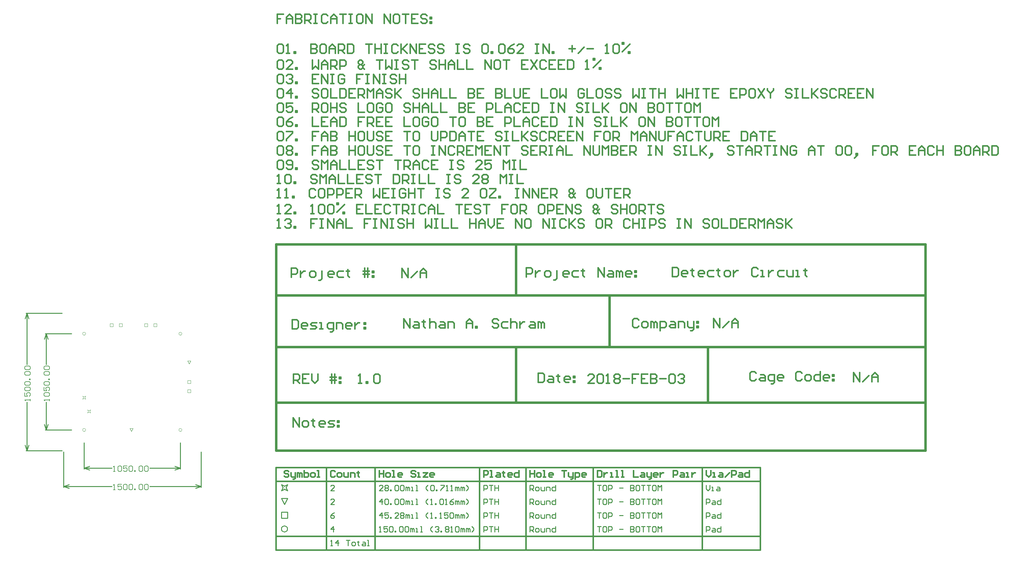
<source format=gbr>
G04 Layer_Color=2752767*
%FSLAX26Y26*%
%MOIN*%
%TF.FileFunction,Drawing*%
%TF.Part,Single*%
G01*
G75*
%TA.AperFunction,NonConductor*%
%ADD23C,0.010000*%
%ADD46C,0.003333*%
%ADD47C,0.015000*%
%ADD48C,0.025000*%
%ADD49C,0.016000*%
%ADD50C,0.006000*%
D23*
X2443958Y-855167D02*
G03*
X2443958Y-855167I-33333J0D01*
G01*
X2377292Y-438500D02*
X2410625Y-421833D01*
X2443958Y-438500D01*
X2427292Y-405167D02*
X2443958Y-438500D01*
X2427292Y-405167D02*
X2443958Y-371833D01*
X2410625Y-388500D02*
X2443958Y-371833D01*
X2377292D02*
X2410625Y-388500D01*
X2377292Y-371833D02*
X2393958Y-405167D01*
X2377292Y-438500D02*
X2393958Y-405167D01*
X2410625Y-588500D02*
X2443958Y-521833D01*
X2377292D02*
X2443958D01*
X2377292D02*
X2410625Y-588500D01*
X2377292Y-738500D02*
X2443958D01*
Y-671833D01*
X2377292D02*
X2443958D01*
X2377292Y-738500D02*
Y-671833D01*
X1500000Y-400000D02*
Y-15000D01*
X0Y-400000D02*
Y-15000D01*
X939938Y-390000D02*
X1500000D01*
X0D02*
X528061D01*
X1440000Y-370000D02*
X1500000Y-390000D01*
X1440000Y-410000D02*
X1500000Y-390000D01*
X0D02*
X60000Y-410000D01*
X0Y-390000D02*
X60000Y-370000D01*
X-410000Y1500000D02*
X-15000D01*
X-410000Y0D02*
X-15000D01*
X-400000Y939938D02*
Y1500000D01*
Y0D02*
Y528061D01*
X-420000Y1440000D02*
X-400000Y1500000D01*
X-380000Y1440000D01*
X-400000Y0D02*
X-380000Y60000D01*
X-420000D02*
X-400000Y0D01*
X1275000Y-200000D02*
Y86000D01*
X225000Y-200000D02*
Y86000D01*
X939938Y-190000D02*
X1275000D01*
X225000D02*
X528061D01*
X1215000Y-170000D02*
X1275000Y-190000D01*
X1215000Y-210000D02*
X1275000Y-190000D01*
X225000D02*
X285000Y-210000D01*
X225000Y-190000D02*
X285000Y-170000D01*
X-200000Y1275000D02*
X86000D01*
X-200000Y225000D02*
X86000D01*
X-190000Y939938D02*
Y1275000D01*
Y225000D02*
Y528061D01*
X-210000Y1215000D02*
X-190000Y1275000D01*
X-170000Y1215000D01*
X-190000Y225000D02*
X-170000Y285000D01*
X-210000D02*
X-190000Y225000D01*
X7012239Y-378519D02*
Y-418507D01*
X7032232Y-438500D01*
X7052226Y-418507D01*
Y-378519D01*
X7072219Y-438500D02*
X7092213D01*
X7082216D01*
Y-398513D01*
X7072219D01*
X7132200D02*
X7152194D01*
X7162190Y-408510D01*
Y-438500D01*
X7132200D01*
X7122203Y-428503D01*
X7132200Y-418507D01*
X7162190D01*
X7012239Y-588500D02*
Y-528519D01*
X7042229D01*
X7052226Y-538516D01*
Y-558510D01*
X7042229Y-568506D01*
X7012239D01*
X7082216Y-548513D02*
X7102210D01*
X7112207Y-558510D01*
Y-588500D01*
X7082216D01*
X7072219Y-578503D01*
X7082216Y-568506D01*
X7112207D01*
X7172187Y-528519D02*
Y-588500D01*
X7142197D01*
X7132200Y-578503D01*
Y-558510D01*
X7142197Y-548513D01*
X7172187D01*
X7012239Y-738500D02*
Y-678519D01*
X7042229D01*
X7052226Y-688516D01*
Y-708510D01*
X7042229Y-718506D01*
X7012239D01*
X7082216Y-698513D02*
X7102210D01*
X7112207Y-708510D01*
Y-738500D01*
X7082216D01*
X7072219Y-728503D01*
X7082216Y-718506D01*
X7112207D01*
X7172187Y-678519D02*
Y-738500D01*
X7142197D01*
X7132200Y-728503D01*
Y-708510D01*
X7142197Y-698513D01*
X7172187D01*
X7012239Y-888500D02*
Y-828519D01*
X7042229D01*
X7052226Y-838516D01*
Y-858510D01*
X7042229Y-868506D01*
X7012239D01*
X7082216Y-848513D02*
X7102210D01*
X7112207Y-858510D01*
Y-888500D01*
X7082216D01*
X7072219Y-878503D01*
X7082216Y-868506D01*
X7112207D01*
X7172187Y-828519D02*
Y-888500D01*
X7142197D01*
X7132200Y-878503D01*
Y-858510D01*
X7142197Y-848513D01*
X7172187D01*
X5822584Y-378519D02*
X5862571D01*
X5842578D01*
Y-438500D01*
X5912555Y-378519D02*
X5892562D01*
X5882565Y-388516D01*
Y-428503D01*
X5892562Y-438500D01*
X5912555D01*
X5922552Y-428503D01*
Y-388516D01*
X5912555Y-378519D01*
X5942546Y-438500D02*
Y-378519D01*
X5972536D01*
X5982533Y-388516D01*
Y-408510D01*
X5972536Y-418507D01*
X5942546D01*
X6062507Y-408510D02*
X6102494D01*
X6182468Y-378519D02*
Y-438500D01*
X6212458D01*
X6222455Y-428503D01*
Y-418507D01*
X6212458Y-408510D01*
X6182468D01*
X6212458D01*
X6222455Y-398513D01*
Y-388516D01*
X6212458Y-378519D01*
X6182468D01*
X6272439D02*
X6252445D01*
X6242449Y-388516D01*
Y-428503D01*
X6252445Y-438500D01*
X6272439D01*
X6282436Y-428503D01*
Y-388516D01*
X6272439Y-378519D01*
X6302429D02*
X6342416D01*
X6322423D01*
Y-438500D01*
X6362410Y-378519D02*
X6402397D01*
X6382403D01*
Y-438500D01*
X6452381Y-378519D02*
X6432387D01*
X6422390Y-388516D01*
Y-428503D01*
X6432387Y-438500D01*
X6452381D01*
X6462377Y-428503D01*
Y-388516D01*
X6452381Y-378519D01*
X6482371Y-438500D02*
Y-378519D01*
X6502364Y-398513D01*
X6522358Y-378519D01*
Y-438500D01*
X5822584Y-528519D02*
X5862571D01*
X5842578D01*
Y-588500D01*
X5912555Y-528519D02*
X5892562D01*
X5882565Y-538516D01*
Y-578503D01*
X5892562Y-588500D01*
X5912555D01*
X5922552Y-578503D01*
Y-538516D01*
X5912555Y-528519D01*
X5942546Y-588500D02*
Y-528519D01*
X5972536D01*
X5982533Y-538516D01*
Y-558510D01*
X5972536Y-568506D01*
X5942546D01*
X6062507Y-558510D02*
X6102494D01*
X6182468Y-528519D02*
Y-588500D01*
X6212458D01*
X6222455Y-578503D01*
Y-568506D01*
X6212458Y-558510D01*
X6182468D01*
X6212458D01*
X6222455Y-548513D01*
Y-538516D01*
X6212458Y-528519D01*
X6182468D01*
X6272439D02*
X6252445D01*
X6242449Y-538516D01*
Y-578503D01*
X6252445Y-588500D01*
X6272439D01*
X6282436Y-578503D01*
Y-538516D01*
X6272439Y-528519D01*
X6302429D02*
X6342416D01*
X6322423D01*
Y-588500D01*
X6362410Y-528519D02*
X6402397D01*
X6382403D01*
Y-588500D01*
X6452381Y-528519D02*
X6432387D01*
X6422390Y-538516D01*
Y-578503D01*
X6432387Y-588500D01*
X6452381D01*
X6462377Y-578503D01*
Y-538516D01*
X6452381Y-528519D01*
X6482371Y-588500D02*
Y-528519D01*
X6502364Y-548513D01*
X6522358Y-528519D01*
Y-588500D01*
X5822584Y-678519D02*
X5862571D01*
X5842578D01*
Y-738500D01*
X5912555Y-678519D02*
X5892562D01*
X5882565Y-688516D01*
Y-728503D01*
X5892562Y-738500D01*
X5912555D01*
X5922552Y-728503D01*
Y-688516D01*
X5912555Y-678519D01*
X5942546Y-738500D02*
Y-678519D01*
X5972536D01*
X5982533Y-688516D01*
Y-708510D01*
X5972536Y-718506D01*
X5942546D01*
X6062507Y-708510D02*
X6102494D01*
X6182468Y-678519D02*
Y-738500D01*
X6212458D01*
X6222455Y-728503D01*
Y-718506D01*
X6212458Y-708510D01*
X6182468D01*
X6212458D01*
X6222455Y-698513D01*
Y-688516D01*
X6212458Y-678519D01*
X6182468D01*
X6272439D02*
X6252445D01*
X6242449Y-688516D01*
Y-728503D01*
X6252445Y-738500D01*
X6272439D01*
X6282436Y-728503D01*
Y-688516D01*
X6272439Y-678519D01*
X6302429D02*
X6342416D01*
X6322423D01*
Y-738500D01*
X6362410Y-678519D02*
X6402397D01*
X6382403D01*
Y-738500D01*
X6452381Y-678519D02*
X6432387D01*
X6422390Y-688516D01*
Y-728503D01*
X6432387Y-738500D01*
X6452381D01*
X6462377Y-728503D01*
Y-688516D01*
X6452381Y-678519D01*
X6482371Y-738500D02*
Y-678519D01*
X6502364Y-698513D01*
X6522358Y-678519D01*
Y-738500D01*
X5822584Y-828519D02*
X5862571D01*
X5842578D01*
Y-888500D01*
X5912555Y-828519D02*
X5892562D01*
X5882565Y-838516D01*
Y-878503D01*
X5892562Y-888500D01*
X5912555D01*
X5922552Y-878503D01*
Y-838516D01*
X5912555Y-828519D01*
X5942546Y-888500D02*
Y-828519D01*
X5972536D01*
X5982533Y-838516D01*
Y-858510D01*
X5972536Y-868506D01*
X5942546D01*
X6062507Y-858510D02*
X6102494D01*
X6182468Y-828519D02*
Y-888500D01*
X6212458D01*
X6222455Y-878503D01*
Y-868506D01*
X6212458Y-858510D01*
X6182468D01*
X6212458D01*
X6222455Y-848513D01*
Y-838516D01*
X6212458Y-828519D01*
X6182468D01*
X6272439D02*
X6252445D01*
X6242449Y-838516D01*
Y-878503D01*
X6252445Y-888500D01*
X6272439D01*
X6282436Y-878503D01*
Y-838516D01*
X6272439Y-828519D01*
X6302429D02*
X6342416D01*
X6322423D01*
Y-888500D01*
X6362410Y-828519D02*
X6402397D01*
X6382403D01*
Y-888500D01*
X6452381Y-828519D02*
X6432387D01*
X6422390Y-838516D01*
Y-878503D01*
X6432387Y-888500D01*
X6452381D01*
X6462377Y-878503D01*
Y-838516D01*
X6452381Y-828519D01*
X6482371Y-888500D02*
Y-828519D01*
X6502364Y-848513D01*
X6522358Y-828519D01*
Y-888500D01*
X5088782Y-438500D02*
Y-378519D01*
X5118773D01*
X5128769Y-388516D01*
Y-408510D01*
X5118773Y-418507D01*
X5088782D01*
X5108776D02*
X5128769Y-438500D01*
X5158760D02*
X5178753D01*
X5188750Y-428503D01*
Y-408510D01*
X5178753Y-398513D01*
X5158760D01*
X5148763Y-408510D01*
Y-428503D01*
X5158760Y-438500D01*
X5208743Y-398513D02*
Y-428503D01*
X5218740Y-438500D01*
X5248731D01*
Y-398513D01*
X5268724Y-438500D02*
Y-398513D01*
X5298714D01*
X5308711Y-408510D01*
Y-438500D01*
X5368692Y-378519D02*
Y-438500D01*
X5338702D01*
X5328705Y-428503D01*
Y-408510D01*
X5338702Y-398513D01*
X5368692D01*
X5088782Y-588500D02*
Y-528519D01*
X5118773D01*
X5128769Y-538516D01*
Y-558510D01*
X5118773Y-568506D01*
X5088782D01*
X5108776D02*
X5128769Y-588500D01*
X5158760D02*
X5178753D01*
X5188750Y-578503D01*
Y-558510D01*
X5178753Y-548513D01*
X5158760D01*
X5148763Y-558510D01*
Y-578503D01*
X5158760Y-588500D01*
X5208743Y-548513D02*
Y-578503D01*
X5218740Y-588500D01*
X5248731D01*
Y-548513D01*
X5268724Y-588500D02*
Y-548513D01*
X5298714D01*
X5308711Y-558510D01*
Y-588500D01*
X5368692Y-528519D02*
Y-588500D01*
X5338702D01*
X5328705Y-578503D01*
Y-558510D01*
X5338702Y-548513D01*
X5368692D01*
X5088782Y-738500D02*
Y-678519D01*
X5118773D01*
X5128769Y-688516D01*
Y-708510D01*
X5118773Y-718506D01*
X5088782D01*
X5108776D02*
X5128769Y-738500D01*
X5158760D02*
X5178753D01*
X5188750Y-728503D01*
Y-708510D01*
X5178753Y-698513D01*
X5158760D01*
X5148763Y-708510D01*
Y-728503D01*
X5158760Y-738500D01*
X5208743Y-698513D02*
Y-728503D01*
X5218740Y-738500D01*
X5248731D01*
Y-698513D01*
X5268724Y-738500D02*
Y-698513D01*
X5298714D01*
X5308711Y-708510D01*
Y-738500D01*
X5368692Y-678519D02*
Y-738500D01*
X5338702D01*
X5328705Y-728503D01*
Y-708510D01*
X5338702Y-698513D01*
X5368692D01*
X5088782Y-888500D02*
Y-828519D01*
X5118773D01*
X5128769Y-838516D01*
Y-858510D01*
X5118773Y-868506D01*
X5088782D01*
X5108776D02*
X5128769Y-888500D01*
X5158760D02*
X5178753D01*
X5188750Y-878503D01*
Y-858510D01*
X5178753Y-848513D01*
X5158760D01*
X5148763Y-858510D01*
Y-878503D01*
X5158760Y-888500D01*
X5208743Y-848513D02*
Y-878503D01*
X5218740Y-888500D01*
X5248731D01*
Y-848513D01*
X5268724Y-888500D02*
Y-848513D01*
X5298714D01*
X5308711Y-858510D01*
Y-888500D01*
X5368692Y-828519D02*
Y-888500D01*
X5338702D01*
X5328705Y-878503D01*
Y-858510D01*
X5338702Y-848513D01*
X5368692D01*
X4582907Y-438500D02*
Y-378519D01*
X4612897D01*
X4622894Y-388516D01*
Y-408510D01*
X4612897Y-418507D01*
X4582907D01*
X4642887Y-378519D02*
X4682874D01*
X4662881D01*
Y-438500D01*
X4702868Y-378519D02*
Y-438500D01*
Y-408510D01*
X4742855D01*
Y-378519D01*
Y-438500D01*
X4582907Y-588500D02*
Y-528519D01*
X4612897D01*
X4622894Y-538516D01*
Y-558510D01*
X4612897Y-568506D01*
X4582907D01*
X4642887Y-528519D02*
X4682874D01*
X4662881D01*
Y-588500D01*
X4702868Y-528519D02*
Y-588500D01*
Y-558510D01*
X4742855D01*
Y-528519D01*
Y-588500D01*
X4582907Y-738500D02*
Y-678519D01*
X4612897D01*
X4622894Y-688516D01*
Y-708510D01*
X4612897Y-718506D01*
X4582907D01*
X4642887Y-678519D02*
X4682874D01*
X4662881D01*
Y-738500D01*
X4702868Y-678519D02*
Y-738500D01*
Y-708510D01*
X4742855D01*
Y-678519D01*
Y-738500D01*
X4582907Y-888500D02*
Y-828519D01*
X4612897D01*
X4622894Y-838516D01*
Y-858510D01*
X4612897Y-868506D01*
X4582907D01*
X4642887Y-828519D02*
X4682874D01*
X4662881D01*
Y-888500D01*
X4702868Y-828519D02*
Y-888500D01*
Y-858510D01*
X4742855D01*
Y-828519D01*
Y-888500D01*
X3483227Y-438500D02*
X3443240D01*
X3483227Y-398513D01*
Y-388516D01*
X3473230Y-378519D01*
X3453237D01*
X3443240Y-388516D01*
X3503220D02*
X3513217Y-378519D01*
X3533211D01*
X3543207Y-388516D01*
Y-398513D01*
X3533211Y-408510D01*
X3543207Y-418507D01*
Y-428503D01*
X3533211Y-438500D01*
X3513217D01*
X3503220Y-428503D01*
Y-418507D01*
X3513217Y-408510D01*
X3503220Y-398513D01*
Y-388516D01*
X3513217Y-408510D02*
X3533211D01*
X3563201Y-438500D02*
Y-428503D01*
X3573198D01*
Y-438500D01*
X3563201D01*
X3613185Y-388516D02*
X3623182Y-378519D01*
X3643175D01*
X3653172Y-388516D01*
Y-428503D01*
X3643175Y-438500D01*
X3623182D01*
X3613185Y-428503D01*
Y-388516D01*
X3673165D02*
X3683162Y-378519D01*
X3703156D01*
X3713153Y-388516D01*
Y-428503D01*
X3703156Y-438500D01*
X3683162D01*
X3673165Y-428503D01*
Y-388516D01*
X3733146Y-438500D02*
Y-398513D01*
X3743143D01*
X3753140Y-408510D01*
Y-438500D01*
Y-408510D01*
X3763136Y-398513D01*
X3773133Y-408510D01*
Y-438500D01*
X3793127D02*
X3813120D01*
X3803123D01*
Y-398513D01*
X3793127D01*
X3843110Y-438500D02*
X3863104D01*
X3853107D01*
Y-378519D01*
X3843110D01*
X3973068Y-438500D02*
X3953075Y-418507D01*
Y-398513D01*
X3973068Y-378519D01*
X4003059Y-388516D02*
X4013055Y-378519D01*
X4033049D01*
X4043046Y-388516D01*
Y-428503D01*
X4033049Y-438500D01*
X4013055D01*
X4003059Y-428503D01*
Y-388516D01*
X4063039Y-438500D02*
Y-428503D01*
X4073036D01*
Y-438500D01*
X4063039D01*
X4113023Y-378519D02*
X4153010D01*
Y-388516D01*
X4113023Y-428503D01*
Y-438500D01*
X4173004D02*
X4192997D01*
X4183000D01*
Y-378519D01*
X4173004Y-388516D01*
X4222987Y-438500D02*
X4242981D01*
X4232984D01*
Y-378519D01*
X4222987Y-388516D01*
X4272971Y-438500D02*
Y-398513D01*
X4282968D01*
X4292965Y-408510D01*
Y-438500D01*
Y-408510D01*
X4302962Y-398513D01*
X4312958Y-408510D01*
Y-438500D01*
X4332952D02*
Y-398513D01*
X4342949D01*
X4352945Y-408510D01*
Y-438500D01*
Y-408510D01*
X4362942Y-398513D01*
X4372939Y-408510D01*
Y-438500D01*
X4392932D02*
X4412926Y-418507D01*
Y-398513D01*
X4392932Y-378519D01*
X3473230Y-588500D02*
Y-528519D01*
X3443240Y-558510D01*
X3483227D01*
X3503220Y-538516D02*
X3513217Y-528519D01*
X3533211D01*
X3543207Y-538516D01*
Y-578503D01*
X3533211Y-588500D01*
X3513217D01*
X3503220Y-578503D01*
Y-538516D01*
X3563201Y-588500D02*
Y-578503D01*
X3573198D01*
Y-588500D01*
X3563201D01*
X3613185Y-538516D02*
X3623182Y-528519D01*
X3643175D01*
X3653172Y-538516D01*
Y-578503D01*
X3643175Y-588500D01*
X3623182D01*
X3613185Y-578503D01*
Y-538516D01*
X3673165D02*
X3683162Y-528519D01*
X3703156D01*
X3713153Y-538516D01*
Y-578503D01*
X3703156Y-588500D01*
X3683162D01*
X3673165Y-578503D01*
Y-538516D01*
X3733146Y-588500D02*
Y-548513D01*
X3743143D01*
X3753140Y-558510D01*
Y-588500D01*
Y-558510D01*
X3763136Y-548513D01*
X3773133Y-558510D01*
Y-588500D01*
X3793127D02*
X3813120D01*
X3803123D01*
Y-548513D01*
X3793127D01*
X3843110Y-588500D02*
X3863104D01*
X3853107D01*
Y-528519D01*
X3843110D01*
X3973068Y-588500D02*
X3953075Y-568506D01*
Y-548513D01*
X3973068Y-528519D01*
X4003059Y-588500D02*
X4023052D01*
X4013055D01*
Y-528519D01*
X4003059Y-538516D01*
X4053042Y-588500D02*
Y-578503D01*
X4063039D01*
Y-588500D01*
X4053042D01*
X4103026Y-538516D02*
X4113023Y-528519D01*
X4133016D01*
X4143013Y-538516D01*
Y-578503D01*
X4133016Y-588500D01*
X4113023D01*
X4103026Y-578503D01*
Y-538516D01*
X4163007Y-588500D02*
X4183000D01*
X4173004D01*
Y-528519D01*
X4163007Y-538516D01*
X4252978Y-528519D02*
X4232984Y-538516D01*
X4212991Y-558510D01*
Y-578503D01*
X4222987Y-588500D01*
X4242981D01*
X4252978Y-578503D01*
Y-568506D01*
X4242981Y-558510D01*
X4212991D01*
X4272971Y-588500D02*
Y-548513D01*
X4282968D01*
X4292965Y-558510D01*
Y-588500D01*
Y-558510D01*
X4302962Y-548513D01*
X4312958Y-558510D01*
Y-588500D01*
X4332952D02*
Y-548513D01*
X4342949D01*
X4352945Y-558510D01*
Y-588500D01*
Y-558510D01*
X4362942Y-548513D01*
X4372939Y-558510D01*
Y-588500D01*
X4392932D02*
X4412926Y-568506D01*
Y-548513D01*
X4392932Y-528519D01*
X3473230Y-738500D02*
Y-678519D01*
X3443240Y-708510D01*
X3483227D01*
X3543207Y-678519D02*
X3503220D01*
Y-708510D01*
X3523214Y-698513D01*
X3533211D01*
X3543207Y-708510D01*
Y-728503D01*
X3533211Y-738500D01*
X3513217D01*
X3503220Y-728503D01*
X3563201Y-738500D02*
Y-728503D01*
X3573198D01*
Y-738500D01*
X3563201D01*
X3653172D02*
X3613185D01*
X3653172Y-698513D01*
Y-688516D01*
X3643175Y-678519D01*
X3623182D01*
X3613185Y-688516D01*
X3673165D02*
X3683162Y-678519D01*
X3703156D01*
X3713153Y-688516D01*
Y-698513D01*
X3703156Y-708510D01*
X3713153Y-718506D01*
Y-728503D01*
X3703156Y-738500D01*
X3683162D01*
X3673165Y-728503D01*
Y-718506D01*
X3683162Y-708510D01*
X3673165Y-698513D01*
Y-688516D01*
X3683162Y-708510D02*
X3703156D01*
X3733146Y-738500D02*
Y-698513D01*
X3743143D01*
X3753140Y-708510D01*
Y-738500D01*
Y-708510D01*
X3763136Y-698513D01*
X3773133Y-708510D01*
Y-738500D01*
X3793127D02*
X3813120D01*
X3803123D01*
Y-698513D01*
X3793127D01*
X3843110Y-738500D02*
X3863104D01*
X3853107D01*
Y-678519D01*
X3843110D01*
X3973068Y-738500D02*
X3953075Y-718506D01*
Y-698513D01*
X3973068Y-678519D01*
X4003059Y-738500D02*
X4023052D01*
X4013055D01*
Y-678519D01*
X4003059Y-688516D01*
X4053042Y-738500D02*
Y-728503D01*
X4063039D01*
Y-738500D01*
X4053042D01*
X4103026D02*
X4123020D01*
X4113023D01*
Y-678519D01*
X4103026Y-688516D01*
X4192997Y-678519D02*
X4153010D01*
Y-708510D01*
X4173003Y-698513D01*
X4183000D01*
X4192997Y-708510D01*
Y-728503D01*
X4183000Y-738500D01*
X4163007D01*
X4153010Y-728503D01*
X4212991Y-688516D02*
X4222987Y-678519D01*
X4242981D01*
X4252978Y-688516D01*
Y-728503D01*
X4242981Y-738500D01*
X4222987D01*
X4212991Y-728503D01*
Y-688516D01*
X4272971Y-738500D02*
Y-698513D01*
X4282968D01*
X4292965Y-708510D01*
Y-738500D01*
Y-708510D01*
X4302962Y-698513D01*
X4312958Y-708510D01*
Y-738500D01*
X4332952D02*
Y-698513D01*
X4342949D01*
X4352945Y-708510D01*
Y-738500D01*
Y-708510D01*
X4362942Y-698513D01*
X4372939Y-708510D01*
Y-738500D01*
X4392932D02*
X4412926Y-718506D01*
Y-698513D01*
X4392932Y-678519D01*
X3443240Y-888500D02*
X3463233D01*
X3453237D01*
Y-828519D01*
X3443240Y-838516D01*
X3533211Y-828519D02*
X3493224D01*
Y-858510D01*
X3513217Y-848513D01*
X3523214D01*
X3533211Y-858510D01*
Y-878503D01*
X3523214Y-888500D01*
X3503220D01*
X3493224Y-878503D01*
X3553204Y-838516D02*
X3563201Y-828519D01*
X3583195D01*
X3593191Y-838516D01*
Y-878503D01*
X3583195Y-888500D01*
X3563201D01*
X3553204Y-878503D01*
Y-838516D01*
X3613185Y-888500D02*
Y-878503D01*
X3623182D01*
Y-888500D01*
X3613185D01*
X3663169Y-838516D02*
X3673165Y-828519D01*
X3693159D01*
X3703156Y-838516D01*
Y-878503D01*
X3693159Y-888500D01*
X3673165D01*
X3663169Y-878503D01*
Y-838516D01*
X3723149D02*
X3733146Y-828519D01*
X3753140D01*
X3763136Y-838516D01*
Y-878503D01*
X3753140Y-888500D01*
X3733146D01*
X3723149Y-878503D01*
Y-838516D01*
X3783130Y-888500D02*
Y-848513D01*
X3793127D01*
X3803123Y-858510D01*
Y-888500D01*
Y-858510D01*
X3813120Y-848513D01*
X3823117Y-858510D01*
Y-888500D01*
X3843110D02*
X3863104D01*
X3853107D01*
Y-848513D01*
X3843110D01*
X3893094Y-888500D02*
X3913088D01*
X3903091D01*
Y-828519D01*
X3893094D01*
X4023052Y-888500D02*
X4003059Y-868506D01*
Y-848513D01*
X4023052Y-828519D01*
X4053042Y-838516D02*
X4063039Y-828519D01*
X4083033D01*
X4093030Y-838516D01*
Y-848513D01*
X4083033Y-858510D01*
X4073036D01*
X4083033D01*
X4093030Y-868506D01*
Y-878503D01*
X4083033Y-888500D01*
X4063039D01*
X4053042Y-878503D01*
X4113023Y-888500D02*
Y-878503D01*
X4123020D01*
Y-888500D01*
X4113023D01*
X4163007Y-838516D02*
X4173004Y-828519D01*
X4192997D01*
X4202994Y-838516D01*
Y-848513D01*
X4192997Y-858510D01*
X4202994Y-868506D01*
Y-878503D01*
X4192997Y-888500D01*
X4173004D01*
X4163007Y-878503D01*
Y-868506D01*
X4173004Y-858510D01*
X4163007Y-848513D01*
Y-838516D01*
X4173004Y-858510D02*
X4192997D01*
X4222987Y-888500D02*
X4242981D01*
X4232984D01*
Y-828519D01*
X4222987Y-838516D01*
X4272971D02*
X4282968Y-828519D01*
X4302962D01*
X4312958Y-838516D01*
Y-878503D01*
X4302962Y-888500D01*
X4282968D01*
X4272971Y-878503D01*
Y-838516D01*
X4332952Y-888500D02*
Y-848513D01*
X4342949D01*
X4352945Y-858510D01*
Y-888500D01*
Y-858510D01*
X4362942Y-848513D01*
X4372939Y-858510D01*
Y-888500D01*
X4392932D02*
Y-848513D01*
X4402929D01*
X4412926Y-858510D01*
Y-888500D01*
Y-858510D01*
X4422923Y-848513D01*
X4432919Y-858510D01*
Y-888500D01*
X4452913D02*
X4472907Y-868506D01*
Y-848513D01*
X4452913Y-828519D01*
X2913376Y-1038500D02*
X2933369D01*
X2923372D01*
Y-978519D01*
X2913376Y-988516D01*
X2993350Y-1038500D02*
Y-978519D01*
X2963360Y-1008510D01*
X3003347D01*
X3083321Y-978519D02*
X3123308D01*
X3103314D01*
Y-1038500D01*
X3153298D02*
X3173292D01*
X3183288Y-1028503D01*
Y-1008510D01*
X3173292Y-998513D01*
X3153298D01*
X3143301Y-1008510D01*
Y-1028503D01*
X3153298Y-1038500D01*
X3213279Y-988516D02*
Y-998513D01*
X3203282D01*
X3223275D01*
X3213279D01*
Y-1028503D01*
X3223275Y-1038500D01*
X3263262Y-998513D02*
X3283256D01*
X3293253Y-1008510D01*
Y-1038500D01*
X3263262D01*
X3253266Y-1028503D01*
X3263262Y-1018506D01*
X3293253D01*
X3313246Y-1038500D02*
X3333240D01*
X3323243D01*
Y-978519D01*
X3313246D01*
X2953363Y-438500D02*
X2913376D01*
X2953363Y-398513D01*
Y-388516D01*
X2943366Y-378519D01*
X2923372D01*
X2913376Y-388516D01*
X2953363Y-588500D02*
X2913376D01*
X2953363Y-548513D01*
Y-538516D01*
X2943366Y-528519D01*
X2923372D01*
X2913376Y-538516D01*
X2953363Y-678519D02*
X2933369Y-688516D01*
X2913376Y-708510D01*
Y-728503D01*
X2923372Y-738500D01*
X2943366D01*
X2953363Y-728503D01*
Y-718506D01*
X2943366Y-708510D01*
X2913376D01*
X2943366Y-888500D02*
Y-828519D01*
X2913376Y-858510D01*
X2953363D01*
D46*
X1291667Y225000D02*
G03*
X1291667Y225000I-16667J0D01*
G01*
X241667D02*
G03*
X241667Y225000I-16667J0D01*
G01*
X1291667Y1275000D02*
G03*
X1291667Y1275000I-16667J0D01*
G01*
X241667D02*
G03*
X241667Y1275000I-16667J0D01*
G01*
X261333Y412333D02*
X278000Y420667D01*
X294667Y412333D01*
X286333Y429000D02*
X294667Y412333D01*
X286333Y429000D02*
X294667Y445667D01*
X278000Y437333D02*
X294667Y445667D01*
X261333D02*
X278000Y437333D01*
X261333Y445667D02*
X269667Y429000D01*
X261333Y412333D02*
X269667Y429000D01*
X208404Y561333D02*
X225071Y569667D01*
X241737Y561333D01*
X233404Y578000D02*
X241737Y561333D01*
X233404Y578000D02*
X241737Y594667D01*
X225071Y586333D02*
X241737Y594667D01*
X208404D02*
X225071Y586333D01*
X208404Y594667D02*
X216738Y578000D01*
X208404Y561333D02*
X216738Y578000D01*
X608333Y1353333D02*
X641667D01*
Y1386667D01*
X608333D02*
X641667D01*
X608333Y1353333D02*
Y1386667D01*
X508333Y1353333D02*
X541667D01*
Y1386667D01*
X508333D02*
X541667D01*
X508333Y1353333D02*
Y1386667D01*
X1353333Y633333D02*
X1386667D01*
Y666667D01*
X1353333D02*
X1386667D01*
X1353333Y633333D02*
Y666667D01*
Y733333D02*
X1386667D01*
Y766667D01*
X1353333D02*
X1386667D01*
X1353333Y733333D02*
Y766667D01*
X983333Y1353333D02*
X1016667D01*
Y1386667D01*
X983333D02*
X1016667D01*
X983333Y1353333D02*
Y1386667D01*
X883333Y1353333D02*
X916667D01*
Y1386667D01*
X883333D02*
X916667D01*
X883333Y1353333D02*
Y1386667D01*
X1370000Y945653D02*
X1386667Y978987D01*
X1353333D02*
X1386667D01*
X1353333D02*
X1370000Y945653D01*
X740000Y208333D02*
X756667Y241667D01*
X723333D02*
X756667D01*
X723333D02*
X740000Y208333D01*
D47*
X2317500Y-333500D02*
X7602087D01*
X2317500Y-933500D02*
X7602087D01*
X2317500Y-1083500D02*
X7602087D01*
Y-183500D01*
X2317500D02*
X7602087D01*
X2317500Y-1083500D02*
Y-183500D01*
X6967239Y-1083500D02*
Y-183500D01*
X5777584Y-1083500D02*
Y-183500D01*
X5043782Y-1083500D02*
Y-183500D01*
X4537907Y-1083500D02*
Y-183500D01*
X3398240Y-1083500D02*
Y-183500D01*
X2868376Y-1083500D02*
Y-183500D01*
X2396645Y4762982D02*
X2330000D01*
Y4712998D01*
X2363323D01*
X2330000D01*
Y4663014D01*
X2429968D02*
Y4729659D01*
X2463290Y4762982D01*
X2496613Y4729659D01*
Y4663014D01*
Y4712998D01*
X2429968D01*
X2529935Y4762982D02*
Y4663014D01*
X2579919D01*
X2596581Y4679675D01*
Y4696337D01*
X2579919Y4712998D01*
X2529935D01*
X2579919D01*
X2596581Y4729659D01*
Y4746320D01*
X2579919Y4762982D01*
X2529935D01*
X2629903Y4663014D02*
Y4762982D01*
X2679887D01*
X2696548Y4746320D01*
Y4712998D01*
X2679887Y4696337D01*
X2629903D01*
X2663226D02*
X2696548Y4663014D01*
X2729871Y4762982D02*
X2763193D01*
X2746532D01*
Y4663014D01*
X2729871D01*
X2763193D01*
X2879822Y4746320D02*
X2863161Y4762982D01*
X2829838D01*
X2813177Y4746320D01*
Y4679675D01*
X2829838Y4663014D01*
X2863161D01*
X2879822Y4679675D01*
X2913145Y4663014D02*
Y4729659D01*
X2946468Y4762982D01*
X2979790Y4729659D01*
Y4663014D01*
Y4712998D01*
X2913145D01*
X3013113Y4762982D02*
X3079758D01*
X3046435D01*
Y4663014D01*
X3113080Y4762982D02*
X3146403D01*
X3129742D01*
Y4663014D01*
X3113080D01*
X3146403D01*
X3246370Y4762982D02*
X3213048D01*
X3196387Y4746320D01*
Y4679675D01*
X3213048Y4663014D01*
X3246370D01*
X3263032Y4679675D01*
Y4746320D01*
X3246370Y4762982D01*
X3296354Y4663014D02*
Y4762982D01*
X3362999Y4663014D01*
Y4762982D01*
X3496290Y4663014D02*
Y4762982D01*
X3562935Y4663014D01*
Y4762982D01*
X3646241D02*
X3612919D01*
X3596258Y4746320D01*
Y4679675D01*
X3612919Y4663014D01*
X3646241D01*
X3662903Y4679675D01*
Y4746320D01*
X3646241Y4762982D01*
X3696225D02*
X3762870D01*
X3729548D01*
Y4663014D01*
X3862838Y4762982D02*
X3796193D01*
Y4663014D01*
X3862838D01*
X3796193Y4712998D02*
X3829515D01*
X3962806Y4746320D02*
X3946144Y4762982D01*
X3912822D01*
X3896161Y4746320D01*
Y4729659D01*
X3912822Y4712998D01*
X3946144D01*
X3962806Y4696337D01*
Y4679675D01*
X3946144Y4663014D01*
X3912822D01*
X3896161Y4679675D01*
X3996128Y4729659D02*
X4012790D01*
Y4712998D01*
X3996128D01*
Y4729659D01*
Y4679675D02*
X4012790D01*
Y4663014D01*
X3996128D01*
Y4679675D01*
X2330000Y4417737D02*
X2346661Y4434398D01*
X2379984D01*
X2396645Y4417737D01*
Y4351092D01*
X2379984Y4334430D01*
X2346661D01*
X2330000Y4351092D01*
Y4417737D01*
X2429968Y4334430D02*
X2463290D01*
X2446629D01*
Y4434398D01*
X2429968Y4417737D01*
X2513274Y4334430D02*
Y4351092D01*
X2529935D01*
Y4334430D01*
X2513274D01*
X2696548Y4434398D02*
Y4334430D01*
X2746532D01*
X2763193Y4351092D01*
Y4367753D01*
X2746532Y4384414D01*
X2696548D01*
X2746532D01*
X2763193Y4401075D01*
Y4417737D01*
X2746532Y4434398D01*
X2696548D01*
X2846500D02*
X2813177D01*
X2796516Y4417737D01*
Y4351092D01*
X2813177Y4334430D01*
X2846500D01*
X2863161Y4351092D01*
Y4417737D01*
X2846500Y4434398D01*
X2896484Y4334430D02*
Y4401075D01*
X2929806Y4434398D01*
X2963129Y4401075D01*
Y4334430D01*
Y4384414D01*
X2896484D01*
X2996451Y4334430D02*
Y4434398D01*
X3046435D01*
X3063096Y4417737D01*
Y4384414D01*
X3046435Y4367753D01*
X2996451D01*
X3029774D02*
X3063096Y4334430D01*
X3096419Y4434398D02*
Y4334430D01*
X3146403D01*
X3163064Y4351092D01*
Y4417737D01*
X3146403Y4434398D01*
X3096419D01*
X3296354D02*
X3362999D01*
X3329677D01*
Y4334430D01*
X3396322Y4434398D02*
Y4334430D01*
Y4384414D01*
X3462967D01*
Y4434398D01*
Y4334430D01*
X3496290Y4434398D02*
X3529612D01*
X3512951D01*
Y4334430D01*
X3496290D01*
X3529612D01*
X3646241Y4417737D02*
X3629580Y4434398D01*
X3596258D01*
X3579596Y4417737D01*
Y4351092D01*
X3596258Y4334430D01*
X3629580D01*
X3646241Y4351092D01*
X3679564Y4434398D02*
Y4334430D01*
Y4367753D01*
X3746209Y4434398D01*
X3696225Y4384414D01*
X3746209Y4334430D01*
X3779532D02*
Y4434398D01*
X3846177Y4334430D01*
Y4434398D01*
X3946144D02*
X3879499D01*
Y4334430D01*
X3946144D01*
X3879499Y4384414D02*
X3912822D01*
X4046112Y4417737D02*
X4029451Y4434398D01*
X3996128D01*
X3979467Y4417737D01*
Y4401075D01*
X3996128Y4384414D01*
X4029451D01*
X4046112Y4367753D01*
Y4351092D01*
X4029451Y4334430D01*
X3996128D01*
X3979467Y4351092D01*
X4146080Y4417737D02*
X4129418Y4434398D01*
X4096096D01*
X4079435Y4417737D01*
Y4401075D01*
X4096096Y4384414D01*
X4129418D01*
X4146080Y4367753D01*
Y4351092D01*
X4129418Y4334430D01*
X4096096D01*
X4079435Y4351092D01*
X4279370Y4434398D02*
X4312693D01*
X4296031D01*
Y4334430D01*
X4279370D01*
X4312693D01*
X4429322Y4417737D02*
X4412660Y4434398D01*
X4379338D01*
X4362676Y4417737D01*
Y4401075D01*
X4379338Y4384414D01*
X4412660D01*
X4429322Y4367753D01*
Y4351092D01*
X4412660Y4334430D01*
X4379338D01*
X4362676Y4351092D01*
X4562612Y4417737D02*
X4579273Y4434398D01*
X4612596D01*
X4629257Y4417737D01*
Y4351092D01*
X4612596Y4334430D01*
X4579273D01*
X4562612Y4351092D01*
Y4417737D01*
X4662580Y4334430D02*
Y4351092D01*
X4679241D01*
Y4334430D01*
X4662580D01*
X4745886Y4417737D02*
X4762547Y4434398D01*
X4795870D01*
X4812531Y4417737D01*
Y4351092D01*
X4795870Y4334430D01*
X4762547D01*
X4745886Y4351092D01*
Y4417737D01*
X4912499Y4434398D02*
X4879176Y4417737D01*
X4845854Y4384414D01*
Y4351092D01*
X4862515Y4334430D01*
X4895837D01*
X4912499Y4351092D01*
Y4367753D01*
X4895837Y4384414D01*
X4845854D01*
X5012467Y4334430D02*
X4945821D01*
X5012467Y4401075D01*
Y4417737D01*
X4995805Y4434398D01*
X4962483D01*
X4945821Y4417737D01*
X5145757Y4434398D02*
X5179079D01*
X5162418D01*
Y4334430D01*
X5145757D01*
X5179079D01*
X5229063D02*
Y4434398D01*
X5295708Y4334430D01*
Y4434398D01*
X5329031Y4334430D02*
Y4351092D01*
X5345692D01*
Y4334430D01*
X5329031D01*
X5512305Y4384414D02*
X5578950D01*
X5545628Y4417737D02*
Y4351092D01*
X5612273Y4334430D02*
X5678918Y4401075D01*
X5712240Y4384414D02*
X5778886D01*
X5912176Y4334430D02*
X5945498D01*
X5928837D01*
Y4434398D01*
X5912176Y4417737D01*
X5995482D02*
X6012144Y4434398D01*
X6045466D01*
X6062127Y4417737D01*
Y4351092D01*
X6045466Y4334430D01*
X6012144D01*
X5995482Y4351092D01*
Y4417737D01*
X6095450Y4351092D02*
X6178756Y4434398D01*
X6095450D02*
Y4451059D01*
X6112111D01*
Y4434398D01*
X6095450D01*
X6162095Y4334430D02*
Y4351092D01*
X6178756D01*
Y4334430D01*
X6162095D01*
X2330000Y4245114D02*
X2346661Y4261775D01*
X2379984D01*
X2396645Y4245114D01*
Y4178469D01*
X2379984Y4161808D01*
X2346661D01*
X2330000Y4178469D01*
Y4245114D01*
X2496613Y4161808D02*
X2429968D01*
X2496613Y4228453D01*
Y4245114D01*
X2479952Y4261775D01*
X2446629D01*
X2429968Y4245114D01*
X2529935Y4161808D02*
Y4178469D01*
X2546597D01*
Y4161808D01*
X2529935D01*
X2713209Y4261775D02*
Y4161808D01*
X2746532Y4195130D01*
X2779855Y4161808D01*
Y4261775D01*
X2813177Y4161808D02*
Y4228453D01*
X2846500Y4261775D01*
X2879822Y4228453D01*
Y4161808D01*
Y4211792D01*
X2813177D01*
X2913145Y4161808D02*
Y4261775D01*
X2963129D01*
X2979790Y4245114D01*
Y4211792D01*
X2963129Y4195130D01*
X2913145D01*
X2946468D02*
X2979790Y4161808D01*
X3013113D02*
Y4261775D01*
X3063096D01*
X3079758Y4245114D01*
Y4211792D01*
X3063096Y4195130D01*
X3013113D01*
X3279693Y4161808D02*
X3263032Y4178469D01*
X3246371Y4161808D01*
X3229709D01*
X3213048Y4178469D01*
Y4195130D01*
X3229709Y4211792D01*
X3213048Y4228453D01*
Y4245114D01*
X3229709Y4261775D01*
X3246371D01*
X3263032Y4245114D01*
Y4228453D01*
X3246371Y4211792D01*
X3263032Y4195130D01*
Y4178469D01*
X3279693Y4211792D02*
X3263032Y4195130D01*
X3229709Y4211792D02*
X3246371D01*
X3412983Y4261775D02*
X3479628D01*
X3446306D01*
Y4161808D01*
X3512951Y4261775D02*
Y4161808D01*
X3546274Y4195130D01*
X3579596Y4161808D01*
Y4261775D01*
X3612919D02*
X3646241D01*
X3629580D01*
Y4161808D01*
X3612919D01*
X3646241D01*
X3762870Y4245114D02*
X3746209Y4261775D01*
X3712887D01*
X3696225Y4245114D01*
Y4228453D01*
X3712887Y4211792D01*
X3746209D01*
X3762870Y4195130D01*
Y4178469D01*
X3746209Y4161808D01*
X3712887D01*
X3696225Y4178469D01*
X3796193Y4261775D02*
X3862838D01*
X3829515D01*
Y4161808D01*
X4062773Y4245114D02*
X4046112Y4261775D01*
X4012790D01*
X3996128Y4245114D01*
Y4228453D01*
X4012790Y4211792D01*
X4046112D01*
X4062773Y4195130D01*
Y4178469D01*
X4046112Y4161808D01*
X4012790D01*
X3996128Y4178469D01*
X4096096Y4261775D02*
Y4161808D01*
Y4211792D01*
X4162741D01*
Y4261775D01*
Y4161808D01*
X4196064D02*
Y4228453D01*
X4229386Y4261775D01*
X4262709Y4228453D01*
Y4161808D01*
Y4211792D01*
X4196064D01*
X4296031Y4261775D02*
Y4161808D01*
X4362676D01*
X4395999Y4261775D02*
Y4161808D01*
X4462644D01*
X4595935D02*
Y4261775D01*
X4662580Y4161808D01*
Y4261775D01*
X4745886D02*
X4712564D01*
X4695902Y4245114D01*
Y4178469D01*
X4712564Y4161808D01*
X4745886D01*
X4762547Y4178469D01*
Y4245114D01*
X4745886Y4261775D01*
X4795870D02*
X4862515D01*
X4829193D01*
Y4161808D01*
X5062450Y4261775D02*
X4995805D01*
Y4161808D01*
X5062450D01*
X4995805Y4211792D02*
X5029128D01*
X5095773Y4261775D02*
X5162418Y4161808D01*
Y4261775D02*
X5095773Y4161808D01*
X5262386Y4245114D02*
X5245725Y4261775D01*
X5212402D01*
X5195741Y4245114D01*
Y4178469D01*
X5212402Y4161808D01*
X5245725D01*
X5262386Y4178469D01*
X5362354Y4261775D02*
X5295708D01*
Y4161808D01*
X5362354D01*
X5295708Y4211792D02*
X5329031D01*
X5462321Y4261775D02*
X5395676D01*
Y4161808D01*
X5462321D01*
X5395676Y4211792D02*
X5428999D01*
X5495644Y4261775D02*
Y4161808D01*
X5545628D01*
X5562289Y4178469D01*
Y4245114D01*
X5545628Y4261775D01*
X5495644D01*
X5695579Y4161808D02*
X5728902D01*
X5712240D01*
Y4261775D01*
X5695579Y4245114D01*
X5778886Y4178469D02*
X5862192Y4261775D01*
X5778886D02*
Y4278437D01*
X5795547D01*
Y4261775D01*
X5778886D01*
X5845531Y4161808D02*
Y4178469D01*
X5862192D01*
Y4161808D01*
X5845531D01*
X2330000Y4089153D02*
X2346661Y4105814D01*
X2379984D01*
X2396645Y4089153D01*
Y4022508D01*
X2379984Y4005847D01*
X2346661D01*
X2330000Y4022508D01*
Y4089153D01*
X2429968D02*
X2446629Y4105814D01*
X2479952D01*
X2496613Y4089153D01*
Y4072492D01*
X2479952Y4055830D01*
X2463290D01*
X2479952D01*
X2496613Y4039169D01*
Y4022508D01*
X2479952Y4005847D01*
X2446629D01*
X2429968Y4022508D01*
X2529935Y4005847D02*
Y4022508D01*
X2546597D01*
Y4005847D01*
X2529935D01*
X2779855Y4105814D02*
X2713209D01*
Y4005847D01*
X2779855D01*
X2713209Y4055830D02*
X2746532D01*
X2813177Y4005847D02*
Y4105814D01*
X2879822Y4005847D01*
Y4105814D01*
X2913145D02*
X2946468D01*
X2929806D01*
Y4005847D01*
X2913145D01*
X2946468D01*
X3063096Y4089153D02*
X3046435Y4105814D01*
X3013113D01*
X2996451Y4089153D01*
Y4022508D01*
X3013113Y4005847D01*
X3046435D01*
X3063096Y4022508D01*
Y4055830D01*
X3029774D01*
X3263032Y4105814D02*
X3196387D01*
Y4055830D01*
X3229709D01*
X3196387D01*
Y4005847D01*
X3296354Y4105814D02*
X3329677D01*
X3313016D01*
Y4005847D01*
X3296354D01*
X3329677D01*
X3379661D02*
Y4105814D01*
X3446306Y4005847D01*
Y4105814D01*
X3479628D02*
X3512951D01*
X3496290D01*
Y4005847D01*
X3479628D01*
X3512951D01*
X3629580Y4089153D02*
X3612919Y4105814D01*
X3579596D01*
X3562935Y4089153D01*
Y4072492D01*
X3579596Y4055830D01*
X3612919D01*
X3629580Y4039169D01*
Y4022508D01*
X3612919Y4005847D01*
X3579596D01*
X3562935Y4022508D01*
X3662903Y4105814D02*
Y4005847D01*
Y4055830D01*
X3729548D01*
Y4105814D01*
Y4005847D01*
X2330000Y3933192D02*
X2346661Y3949853D01*
X2379984D01*
X2396645Y3933192D01*
Y3866547D01*
X2379984Y3849885D01*
X2346661D01*
X2330000Y3866547D01*
Y3933192D01*
X2479952Y3849885D02*
Y3949853D01*
X2429968Y3899869D01*
X2496613D01*
X2529935Y3849885D02*
Y3866547D01*
X2546597D01*
Y3849885D01*
X2529935D01*
X2779855Y3933192D02*
X2763193Y3949853D01*
X2729871D01*
X2713209Y3933192D01*
Y3916530D01*
X2729871Y3899869D01*
X2763193D01*
X2779855Y3883208D01*
Y3866547D01*
X2763193Y3849885D01*
X2729871D01*
X2713209Y3866547D01*
X2863161Y3949853D02*
X2829838D01*
X2813177Y3933192D01*
Y3866547D01*
X2829838Y3849885D01*
X2863161D01*
X2879822Y3866547D01*
Y3933192D01*
X2863161Y3949853D01*
X2913145D02*
Y3849885D01*
X2979790D01*
X3013113Y3949853D02*
Y3849885D01*
X3063096D01*
X3079758Y3866547D01*
Y3933192D01*
X3063096Y3949853D01*
X3013113D01*
X3179725D02*
X3113080D01*
Y3849885D01*
X3179725D01*
X3113080Y3899869D02*
X3146403D01*
X3213048Y3849885D02*
Y3949853D01*
X3263032D01*
X3279693Y3933192D01*
Y3899869D01*
X3263032Y3883208D01*
X3213048D01*
X3246371D02*
X3279693Y3849885D01*
X3313016D02*
Y3949853D01*
X3346338Y3916530D01*
X3379661Y3949853D01*
Y3849885D01*
X3412983D02*
Y3916530D01*
X3446306Y3949853D01*
X3479628Y3916530D01*
Y3849885D01*
Y3899869D01*
X3412983D01*
X3579596Y3933192D02*
X3562935Y3949853D01*
X3529612D01*
X3512951Y3933192D01*
Y3916530D01*
X3529612Y3899869D01*
X3562935D01*
X3579596Y3883208D01*
Y3866547D01*
X3562935Y3849885D01*
X3529612D01*
X3512951Y3866547D01*
X3612919Y3949853D02*
Y3849885D01*
Y3883208D01*
X3679564Y3949853D01*
X3629580Y3899869D01*
X3679564Y3849885D01*
X3879499Y3933192D02*
X3862838Y3949853D01*
X3829515D01*
X3812854Y3933192D01*
Y3916530D01*
X3829515Y3899869D01*
X3862838D01*
X3879499Y3883208D01*
Y3866547D01*
X3862838Y3849885D01*
X3829515D01*
X3812854Y3866547D01*
X3912822Y3949853D02*
Y3849885D01*
Y3899869D01*
X3979467D01*
Y3949853D01*
Y3849885D01*
X4012790D02*
Y3916530D01*
X4046112Y3949853D01*
X4079435Y3916530D01*
Y3849885D01*
Y3899869D01*
X4012790D01*
X4112757Y3949853D02*
Y3849885D01*
X4179402D01*
X4212725Y3949853D02*
Y3849885D01*
X4279370D01*
X4412660Y3949853D02*
Y3849885D01*
X4462644D01*
X4479306Y3866547D01*
Y3883208D01*
X4462644Y3899869D01*
X4412660D01*
X4462644D01*
X4479306Y3916530D01*
Y3933192D01*
X4462644Y3949853D01*
X4412660D01*
X4579273D02*
X4512628D01*
Y3849885D01*
X4579273D01*
X4512628Y3899869D02*
X4545951D01*
X4712564Y3949853D02*
Y3849885D01*
X4762547D01*
X4779209Y3866547D01*
Y3883208D01*
X4762547Y3899869D01*
X4712564D01*
X4762547D01*
X4779209Y3916530D01*
Y3933192D01*
X4762547Y3949853D01*
X4712564D01*
X4812531D02*
Y3849885D01*
X4879176D01*
X4912499Y3949853D02*
Y3866547D01*
X4929160Y3849885D01*
X4962483D01*
X4979144Y3866547D01*
Y3949853D01*
X5079112D02*
X5012467D01*
Y3849885D01*
X5079112D01*
X5012467Y3899869D02*
X5045789D01*
X5212402Y3949853D02*
Y3849885D01*
X5279047D01*
X5362354Y3949853D02*
X5329031D01*
X5312370Y3933192D01*
Y3866547D01*
X5329031Y3849885D01*
X5362354D01*
X5379015Y3866547D01*
Y3933192D01*
X5362354Y3949853D01*
X5412337D02*
Y3849885D01*
X5445660Y3883208D01*
X5478983Y3849885D01*
Y3949853D01*
X5678918Y3933192D02*
X5662257Y3949853D01*
X5628934D01*
X5612273Y3933192D01*
Y3866547D01*
X5628934Y3849885D01*
X5662257D01*
X5678918Y3866547D01*
Y3899869D01*
X5645595D01*
X5712240Y3949853D02*
Y3849885D01*
X5778886D01*
X5862192Y3949853D02*
X5828869D01*
X5812208Y3933192D01*
Y3866547D01*
X5828869Y3849885D01*
X5862192D01*
X5878853Y3866547D01*
Y3933192D01*
X5862192Y3949853D01*
X5978821Y3933192D02*
X5962160Y3949853D01*
X5928837D01*
X5912176Y3933192D01*
Y3916530D01*
X5928837Y3899869D01*
X5962160D01*
X5978821Y3883208D01*
Y3866547D01*
X5962160Y3849885D01*
X5928837D01*
X5912176Y3866547D01*
X6078789Y3933192D02*
X6062127Y3949853D01*
X6028805D01*
X6012144Y3933192D01*
Y3916530D01*
X6028805Y3899869D01*
X6062127D01*
X6078789Y3883208D01*
Y3866547D01*
X6062127Y3849885D01*
X6028805D01*
X6012144Y3866547D01*
X6212079Y3949853D02*
Y3849885D01*
X6245402Y3883208D01*
X6278724Y3849885D01*
Y3949853D01*
X6312047D02*
X6345369D01*
X6328708D01*
Y3849885D01*
X6312047D01*
X6345369D01*
X6395353Y3949853D02*
X6461998D01*
X6428676D01*
Y3849885D01*
X6495321Y3949853D02*
Y3849885D01*
Y3899869D01*
X6561966D01*
Y3949853D01*
Y3849885D01*
X6695256Y3949853D02*
Y3849885D01*
X6728579Y3883208D01*
X6761901Y3849885D01*
Y3949853D01*
X6795224D02*
Y3849885D01*
Y3899869D01*
X6861869D01*
Y3949853D01*
Y3849885D01*
X6895192Y3949853D02*
X6928514D01*
X6911853D01*
Y3849885D01*
X6895192D01*
X6928514D01*
X6978498Y3949853D02*
X7045143D01*
X7011821D01*
Y3849885D01*
X7145111Y3949853D02*
X7078466D01*
Y3849885D01*
X7145111D01*
X7078466Y3899869D02*
X7111788D01*
X7345046Y3949853D02*
X7278401D01*
Y3849885D01*
X7345046D01*
X7278401Y3899869D02*
X7311724D01*
X7378369Y3849885D02*
Y3949853D01*
X7428353D01*
X7445014Y3933192D01*
Y3899869D01*
X7428353Y3883208D01*
X7378369D01*
X7528320Y3949853D02*
X7494998D01*
X7478337Y3933192D01*
Y3866547D01*
X7494998Y3849885D01*
X7528320D01*
X7544982Y3866547D01*
Y3933192D01*
X7528320Y3949853D01*
X7578304D02*
X7644949Y3849885D01*
Y3949853D02*
X7578304Y3849885D01*
X7678272Y3949853D02*
Y3933192D01*
X7711595Y3899869D01*
X7744917Y3933192D01*
Y3949853D01*
X7711595Y3899869D02*
Y3849885D01*
X7944852Y3933192D02*
X7928191Y3949853D01*
X7894869D01*
X7878207Y3933192D01*
Y3916530D01*
X7894869Y3899869D01*
X7928191D01*
X7944852Y3883208D01*
Y3866547D01*
X7928191Y3849885D01*
X7894869D01*
X7878207Y3866547D01*
X7978175Y3949853D02*
X8011498D01*
X7994836D01*
Y3849885D01*
X7978175D01*
X8011498D01*
X8061481Y3949853D02*
Y3849885D01*
X8128127D01*
X8161449Y3949853D02*
Y3849885D01*
Y3883208D01*
X8228094Y3949853D01*
X8178110Y3899869D01*
X8228094Y3849885D01*
X8328062Y3933192D02*
X8311401Y3949853D01*
X8278078D01*
X8261417Y3933192D01*
Y3916530D01*
X8278078Y3899869D01*
X8311401D01*
X8328062Y3883208D01*
Y3866547D01*
X8311401Y3849885D01*
X8278078D01*
X8261417Y3866547D01*
X8428030Y3933192D02*
X8411368Y3949853D01*
X8378046D01*
X8361385Y3933192D01*
Y3866547D01*
X8378046Y3849885D01*
X8411368D01*
X8428030Y3866547D01*
X8461352Y3849885D02*
Y3949853D01*
X8511336D01*
X8527997Y3933192D01*
Y3899869D01*
X8511336Y3883208D01*
X8461352D01*
X8494675D02*
X8527997Y3849885D01*
X8627965Y3949853D02*
X8561320D01*
Y3849885D01*
X8627965D01*
X8561320Y3899869D02*
X8594642D01*
X8727933Y3949853D02*
X8661288D01*
Y3849885D01*
X8727933D01*
X8661288Y3899869D02*
X8694610D01*
X8761255Y3849885D02*
Y3949853D01*
X8827900Y3849885D01*
Y3949853D01*
X2330000Y3777231D02*
X2346661Y3793892D01*
X2379984D01*
X2396645Y3777231D01*
Y3710585D01*
X2379984Y3693924D01*
X2346661D01*
X2330000Y3710585D01*
Y3777231D01*
X2496613Y3793892D02*
X2429968D01*
Y3743908D01*
X2463290Y3760569D01*
X2479952D01*
X2496613Y3743908D01*
Y3710585D01*
X2479952Y3693924D01*
X2446629D01*
X2429968Y3710585D01*
X2529935Y3693924D02*
Y3710585D01*
X2546597D01*
Y3693924D01*
X2529935D01*
X2713209D02*
Y3793892D01*
X2763193D01*
X2779855Y3777231D01*
Y3743908D01*
X2763193Y3727247D01*
X2713209D01*
X2746532D02*
X2779855Y3693924D01*
X2863161Y3793892D02*
X2829838D01*
X2813177Y3777231D01*
Y3710585D01*
X2829838Y3693924D01*
X2863161D01*
X2879822Y3710585D01*
Y3777231D01*
X2863161Y3793892D01*
X2913145D02*
Y3693924D01*
Y3743908D01*
X2979790D01*
Y3793892D01*
Y3693924D01*
X3079758Y3777231D02*
X3063096Y3793892D01*
X3029774D01*
X3013113Y3777231D01*
Y3760569D01*
X3029774Y3743908D01*
X3063096D01*
X3079758Y3727247D01*
Y3710585D01*
X3063096Y3693924D01*
X3029774D01*
X3013113Y3710585D01*
X3213048Y3793892D02*
Y3693924D01*
X3279693D01*
X3362999Y3793892D02*
X3329677D01*
X3313016Y3777231D01*
Y3710585D01*
X3329677Y3693924D01*
X3362999D01*
X3379661Y3710585D01*
Y3777231D01*
X3362999Y3793892D01*
X3479628Y3777231D02*
X3462967Y3793892D01*
X3429645D01*
X3412983Y3777231D01*
Y3710585D01*
X3429645Y3693924D01*
X3462967D01*
X3479628Y3710585D01*
Y3743908D01*
X3446306D01*
X3562935Y3793892D02*
X3529612D01*
X3512951Y3777231D01*
Y3710585D01*
X3529612Y3693924D01*
X3562935D01*
X3579596Y3710585D01*
Y3777231D01*
X3562935Y3793892D01*
X3779532Y3777231D02*
X3762870Y3793892D01*
X3729548D01*
X3712887Y3777231D01*
Y3760569D01*
X3729548Y3743908D01*
X3762870D01*
X3779532Y3727247D01*
Y3710585D01*
X3762870Y3693924D01*
X3729548D01*
X3712887Y3710585D01*
X3812854Y3793892D02*
Y3693924D01*
Y3743908D01*
X3879499D01*
Y3793892D01*
Y3693924D01*
X3912822D02*
Y3760569D01*
X3946144Y3793892D01*
X3979467Y3760569D01*
Y3693924D01*
Y3743908D01*
X3912822D01*
X4012790Y3793892D02*
Y3693924D01*
X4079435D01*
X4112757Y3793892D02*
Y3693924D01*
X4179402D01*
X4312693Y3793892D02*
Y3693924D01*
X4362676D01*
X4379338Y3710585D01*
Y3727247D01*
X4362676Y3743908D01*
X4312693D01*
X4362676D01*
X4379338Y3760569D01*
Y3777231D01*
X4362676Y3793892D01*
X4312693D01*
X4479306D02*
X4412660D01*
Y3693924D01*
X4479306D01*
X4412660Y3743908D02*
X4445983D01*
X4612596Y3693924D02*
Y3793892D01*
X4662580D01*
X4679241Y3777231D01*
Y3743908D01*
X4662580Y3727247D01*
X4612596D01*
X4712564Y3793892D02*
Y3693924D01*
X4779209D01*
X4812531D02*
Y3760569D01*
X4845854Y3793892D01*
X4879176Y3760569D01*
Y3693924D01*
Y3743908D01*
X4812531D01*
X4979144Y3777231D02*
X4962483Y3793892D01*
X4929160D01*
X4912499Y3777231D01*
Y3710585D01*
X4929160Y3693924D01*
X4962483D01*
X4979144Y3710585D01*
X5079112Y3793892D02*
X5012467D01*
Y3693924D01*
X5079112D01*
X5012467Y3743908D02*
X5045789D01*
X5112434Y3793892D02*
Y3693924D01*
X5162418D01*
X5179079Y3710585D01*
Y3777231D01*
X5162418Y3793892D01*
X5112434D01*
X5312370D02*
X5345692D01*
X5329031D01*
Y3693924D01*
X5312370D01*
X5345692D01*
X5395676D02*
Y3793892D01*
X5462321Y3693924D01*
Y3793892D01*
X5662257Y3777231D02*
X5645595Y3793892D01*
X5612273D01*
X5595611Y3777231D01*
Y3760569D01*
X5612273Y3743908D01*
X5645595D01*
X5662257Y3727247D01*
Y3710585D01*
X5645595Y3693924D01*
X5612273D01*
X5595611Y3710585D01*
X5695579Y3793892D02*
X5728902D01*
X5712240D01*
Y3693924D01*
X5695579D01*
X5728902D01*
X5778886Y3793892D02*
Y3693924D01*
X5845531D01*
X5878853Y3793892D02*
Y3693924D01*
Y3727247D01*
X5945498Y3793892D01*
X5895515Y3743908D01*
X5945498Y3693924D01*
X6128773Y3793892D02*
X6095450D01*
X6078789Y3777231D01*
Y3710585D01*
X6095450Y3693924D01*
X6128773D01*
X6145434Y3710585D01*
Y3777231D01*
X6128773Y3793892D01*
X6178756Y3693924D02*
Y3793892D01*
X6245401Y3693924D01*
Y3793892D01*
X6378692D02*
Y3693924D01*
X6428676D01*
X6445337Y3710585D01*
Y3727247D01*
X6428676Y3743908D01*
X6378692D01*
X6428676D01*
X6445337Y3760569D01*
Y3777231D01*
X6428676Y3793892D01*
X6378692D01*
X6528643D02*
X6495321D01*
X6478659Y3777231D01*
Y3710585D01*
X6495321Y3693924D01*
X6528643D01*
X6545305Y3710585D01*
Y3777231D01*
X6528643Y3793892D01*
X6578627D02*
X6645272D01*
X6611950D01*
Y3693924D01*
X6678595Y3793892D02*
X6745240D01*
X6711917D01*
Y3693924D01*
X6828546Y3793892D02*
X6795224D01*
X6778563Y3777231D01*
Y3710585D01*
X6795224Y3693924D01*
X6828546D01*
X6845208Y3710585D01*
Y3777231D01*
X6828546Y3793892D01*
X6878530Y3693924D02*
Y3793892D01*
X6911853Y3760569D01*
X6945175Y3793892D01*
Y3693924D01*
X2330000Y3621269D02*
X2346661Y3637931D01*
X2379984D01*
X2396645Y3621269D01*
Y3554624D01*
X2379984Y3537963D01*
X2346661D01*
X2330000Y3554624D01*
Y3621269D01*
X2496613Y3637931D02*
X2463290Y3621269D01*
X2429968Y3587947D01*
Y3554624D01*
X2446629Y3537963D01*
X2479952D01*
X2496613Y3554624D01*
Y3571285D01*
X2479952Y3587947D01*
X2429968D01*
X2529935Y3537963D02*
Y3554624D01*
X2546597D01*
Y3537963D01*
X2529935D01*
X2713209Y3637931D02*
Y3537963D01*
X2779855D01*
X2879822Y3637931D02*
X2813177D01*
Y3537963D01*
X2879822D01*
X2813177Y3587947D02*
X2846500D01*
X2913145Y3537963D02*
Y3604608D01*
X2946468Y3637931D01*
X2979790Y3604608D01*
Y3537963D01*
Y3587947D01*
X2913145D01*
X3013113Y3637931D02*
Y3537963D01*
X3063096D01*
X3079758Y3554624D01*
Y3621269D01*
X3063096Y3637931D01*
X3013113D01*
X3279693D02*
X3213048D01*
Y3587947D01*
X3246371D01*
X3213048D01*
Y3537963D01*
X3313016D02*
Y3637931D01*
X3362999D01*
X3379661Y3621269D01*
Y3587947D01*
X3362999Y3571285D01*
X3313016D01*
X3346338D02*
X3379661Y3537963D01*
X3479628Y3637931D02*
X3412983D01*
Y3537963D01*
X3479628D01*
X3412983Y3587947D02*
X3446306D01*
X3579596Y3637931D02*
X3512951D01*
Y3537963D01*
X3579596D01*
X3512951Y3587947D02*
X3546274D01*
X3712887Y3637931D02*
Y3537963D01*
X3779532D01*
X3862838Y3637931D02*
X3829515D01*
X3812854Y3621269D01*
Y3554624D01*
X3829515Y3537963D01*
X3862838D01*
X3879499Y3554624D01*
Y3621269D01*
X3862838Y3637931D01*
X3979467Y3621269D02*
X3962806Y3637931D01*
X3929483D01*
X3912822Y3621269D01*
Y3554624D01*
X3929483Y3537963D01*
X3962806D01*
X3979467Y3554624D01*
Y3587947D01*
X3946144D01*
X4062773Y3637931D02*
X4029451D01*
X4012790Y3621269D01*
Y3554624D01*
X4029451Y3537963D01*
X4062773D01*
X4079435Y3554624D01*
Y3621269D01*
X4062773Y3637931D01*
X4212725D02*
X4279370D01*
X4246048D01*
Y3537963D01*
X4362676Y3637931D02*
X4329354D01*
X4312693Y3621269D01*
Y3554624D01*
X4329354Y3537963D01*
X4362676D01*
X4379338Y3554624D01*
Y3621269D01*
X4362676Y3637931D01*
X4512628D02*
Y3537963D01*
X4562612D01*
X4579273Y3554624D01*
Y3571285D01*
X4562612Y3587947D01*
X4512628D01*
X4562612D01*
X4579273Y3604608D01*
Y3621269D01*
X4562612Y3637931D01*
X4512628D01*
X4679241D02*
X4612596D01*
Y3537963D01*
X4679241D01*
X4612596Y3587947D02*
X4645918D01*
X4812531Y3537963D02*
Y3637931D01*
X4862515D01*
X4879176Y3621269D01*
Y3587947D01*
X4862515Y3571285D01*
X4812531D01*
X4912499Y3637931D02*
Y3537963D01*
X4979144D01*
X5012467D02*
Y3604608D01*
X5045789Y3637931D01*
X5079112Y3604608D01*
Y3537963D01*
Y3587947D01*
X5012467D01*
X5179079Y3621269D02*
X5162418Y3637931D01*
X5129096D01*
X5112434Y3621269D01*
Y3554624D01*
X5129096Y3537963D01*
X5162418D01*
X5179079Y3554624D01*
X5279047Y3637931D02*
X5212402D01*
Y3537963D01*
X5279047D01*
X5212402Y3587947D02*
X5245725D01*
X5312370Y3637931D02*
Y3537963D01*
X5362354D01*
X5379015Y3554624D01*
Y3621269D01*
X5362354Y3637931D01*
X5312370D01*
X5512305D02*
X5545628D01*
X5528966D01*
Y3537963D01*
X5512305D01*
X5545628D01*
X5595611D02*
Y3637931D01*
X5662257Y3537963D01*
Y3637931D01*
X5862192Y3621269D02*
X5845531Y3637931D01*
X5812208D01*
X5795547Y3621269D01*
Y3604608D01*
X5812208Y3587947D01*
X5845531D01*
X5862192Y3571285D01*
Y3554624D01*
X5845531Y3537963D01*
X5812208D01*
X5795547Y3554624D01*
X5895515Y3637931D02*
X5928837D01*
X5912176D01*
Y3537963D01*
X5895515D01*
X5928837D01*
X5978821Y3637931D02*
Y3537963D01*
X6045466D01*
X6078789Y3637931D02*
Y3537963D01*
Y3571285D01*
X6145434Y3637931D01*
X6095450Y3587947D01*
X6145434Y3537963D01*
X6328708Y3637931D02*
X6295385D01*
X6278724Y3621269D01*
Y3554624D01*
X6295385Y3537963D01*
X6328708D01*
X6345369Y3554624D01*
Y3621269D01*
X6328708Y3637931D01*
X6378692Y3537963D02*
Y3637931D01*
X6445337Y3537963D01*
Y3637931D01*
X6578627D02*
Y3537963D01*
X6628611D01*
X6645272Y3554624D01*
Y3571285D01*
X6628611Y3587947D01*
X6578627D01*
X6628611D01*
X6645272Y3604608D01*
Y3621269D01*
X6628611Y3637931D01*
X6578627D01*
X6728579D02*
X6695256D01*
X6678595Y3621269D01*
Y3554624D01*
X6695256Y3537963D01*
X6728579D01*
X6745240Y3554624D01*
Y3621269D01*
X6728579Y3637931D01*
X6778563D02*
X6845208D01*
X6811885D01*
Y3537963D01*
X6878530Y3637931D02*
X6945175D01*
X6911853D01*
Y3537963D01*
X7028482Y3637931D02*
X6995159D01*
X6978498Y3621269D01*
Y3554624D01*
X6995159Y3537963D01*
X7028482D01*
X7045143Y3554624D01*
Y3621269D01*
X7028482Y3637931D01*
X7078466Y3537963D02*
Y3637931D01*
X7111788Y3604608D01*
X7145111Y3637931D01*
Y3537963D01*
X2330000Y3465308D02*
X2346661Y3481969D01*
X2379984D01*
X2396645Y3465308D01*
Y3398663D01*
X2379984Y3382002D01*
X2346661D01*
X2330000Y3398663D01*
Y3465308D01*
X2429968Y3481969D02*
X2496613D01*
Y3465308D01*
X2429968Y3398663D01*
Y3382002D01*
X2529935D02*
Y3398663D01*
X2546597D01*
Y3382002D01*
X2529935D01*
X2779855Y3481969D02*
X2713209D01*
Y3431985D01*
X2746532D01*
X2713209D01*
Y3382002D01*
X2813177D02*
Y3448647D01*
X2846500Y3481969D01*
X2879822Y3448647D01*
Y3382002D01*
Y3431985D01*
X2813177D01*
X2913145Y3481969D02*
Y3382002D01*
X2963129D01*
X2979790Y3398663D01*
Y3415324D01*
X2963129Y3431985D01*
X2913145D01*
X2963129D01*
X2979790Y3448647D01*
Y3465308D01*
X2963129Y3481969D01*
X2913145D01*
X3113080D02*
Y3382002D01*
Y3431985D01*
X3179725D01*
Y3481969D01*
Y3382002D01*
X3263032Y3481969D02*
X3229709D01*
X3213048Y3465308D01*
Y3398663D01*
X3229709Y3382002D01*
X3263032D01*
X3279693Y3398663D01*
Y3465308D01*
X3263032Y3481969D01*
X3313016D02*
Y3398663D01*
X3329677Y3382002D01*
X3362999D01*
X3379661Y3398663D01*
Y3481969D01*
X3479628Y3465308D02*
X3462967Y3481969D01*
X3429645D01*
X3412983Y3465308D01*
Y3448647D01*
X3429645Y3431985D01*
X3462967D01*
X3479628Y3415324D01*
Y3398663D01*
X3462967Y3382002D01*
X3429645D01*
X3412983Y3398663D01*
X3579596Y3481969D02*
X3512951D01*
Y3382002D01*
X3579596D01*
X3512951Y3431985D02*
X3546274D01*
X3712887Y3481969D02*
X3779532D01*
X3746209D01*
Y3382002D01*
X3862838Y3481969D02*
X3829515D01*
X3812854Y3465308D01*
Y3398663D01*
X3829515Y3382002D01*
X3862838D01*
X3879499Y3398663D01*
Y3465308D01*
X3862838Y3481969D01*
X4012790D02*
Y3398663D01*
X4029451Y3382002D01*
X4062773D01*
X4079435Y3398663D01*
Y3481969D01*
X4112757Y3382002D02*
Y3481969D01*
X4162741D01*
X4179402Y3465308D01*
Y3431985D01*
X4162741Y3415324D01*
X4112757D01*
X4212725Y3481969D02*
Y3382002D01*
X4262709D01*
X4279370Y3398663D01*
Y3465308D01*
X4262709Y3481969D01*
X4212725D01*
X4312693Y3382002D02*
Y3448647D01*
X4346015Y3481969D01*
X4379338Y3448647D01*
Y3382002D01*
Y3431985D01*
X4312693D01*
X4412660Y3481969D02*
X4479306D01*
X4445983D01*
Y3382002D01*
X4579273Y3481969D02*
X4512628D01*
Y3382002D01*
X4579273D01*
X4512628Y3431985D02*
X4545951D01*
X4779209Y3465308D02*
X4762547Y3481969D01*
X4729225D01*
X4712564Y3465308D01*
Y3448647D01*
X4729225Y3431985D01*
X4762547D01*
X4779209Y3415324D01*
Y3398663D01*
X4762547Y3382002D01*
X4729225D01*
X4712564Y3398663D01*
X4812531Y3481969D02*
X4845854D01*
X4829193D01*
Y3382002D01*
X4812531D01*
X4845854D01*
X4895838Y3481969D02*
Y3382002D01*
X4962483D01*
X4995805Y3481969D02*
Y3382002D01*
Y3415324D01*
X5062450Y3481969D01*
X5012467Y3431985D01*
X5062450Y3382002D01*
X5162418Y3465308D02*
X5145757Y3481969D01*
X5112434D01*
X5095773Y3465308D01*
Y3448647D01*
X5112434Y3431985D01*
X5145757D01*
X5162418Y3415324D01*
Y3398663D01*
X5145757Y3382002D01*
X5112434D01*
X5095773Y3398663D01*
X5262386Y3465308D02*
X5245725Y3481969D01*
X5212402D01*
X5195741Y3465308D01*
Y3398663D01*
X5212402Y3382002D01*
X5245725D01*
X5262386Y3398663D01*
X5295708Y3382002D02*
Y3481969D01*
X5345692D01*
X5362354Y3465308D01*
Y3431985D01*
X5345692Y3415324D01*
X5295708D01*
X5329031D02*
X5362354Y3382002D01*
X5462321Y3481969D02*
X5395676D01*
Y3382002D01*
X5462321D01*
X5395676Y3431985D02*
X5428999D01*
X5562289Y3481969D02*
X5495644D01*
Y3382002D01*
X5562289D01*
X5495644Y3431985D02*
X5528966D01*
X5595611Y3382002D02*
Y3481969D01*
X5662257Y3382002D01*
Y3481969D01*
X5862192D02*
X5795547D01*
Y3431985D01*
X5828869D01*
X5795547D01*
Y3382002D01*
X5945498Y3481969D02*
X5912176D01*
X5895515Y3465308D01*
Y3398663D01*
X5912176Y3382002D01*
X5945498D01*
X5962160Y3398663D01*
Y3465308D01*
X5945498Y3481969D01*
X5995482Y3382002D02*
Y3481969D01*
X6045466D01*
X6062127Y3465308D01*
Y3431985D01*
X6045466Y3415324D01*
X5995482D01*
X6028805D02*
X6062127Y3382002D01*
X6195418D02*
Y3481969D01*
X6228740Y3448647D01*
X6262063Y3481969D01*
Y3382002D01*
X6295385D02*
Y3448647D01*
X6328708Y3481969D01*
X6362030Y3448647D01*
Y3382002D01*
Y3431985D01*
X6295385D01*
X6395353Y3382002D02*
Y3481969D01*
X6461998Y3382002D01*
Y3481969D01*
X6495321D02*
Y3398663D01*
X6511982Y3382002D01*
X6545305D01*
X6561966Y3398663D01*
Y3481969D01*
X6661934D02*
X6595288D01*
Y3431985D01*
X6628611D01*
X6595288D01*
Y3382002D01*
X6695256D02*
Y3448647D01*
X6728579Y3481969D01*
X6761901Y3448647D01*
Y3382002D01*
Y3431985D01*
X6695256D01*
X6861869Y3465308D02*
X6845208Y3481969D01*
X6811885D01*
X6795224Y3465308D01*
Y3398663D01*
X6811885Y3382002D01*
X6845208D01*
X6861869Y3398663D01*
X6895192Y3481969D02*
X6961837D01*
X6928514D01*
Y3382002D01*
X6995159Y3481969D02*
Y3398663D01*
X7011821Y3382002D01*
X7045143D01*
X7061804Y3398663D01*
Y3481969D01*
X7095127Y3382002D02*
Y3481969D01*
X7145111D01*
X7161772Y3465308D01*
Y3431985D01*
X7145111Y3415324D01*
X7095127D01*
X7128450D02*
X7161772Y3382002D01*
X7261740Y3481969D02*
X7195095D01*
Y3382002D01*
X7261740D01*
X7195095Y3431985D02*
X7228417D01*
X7395030Y3481969D02*
Y3382002D01*
X7445014D01*
X7461675Y3398663D01*
Y3465308D01*
X7445014Y3481969D01*
X7395030D01*
X7494998Y3382002D02*
Y3448647D01*
X7528320Y3481969D01*
X7561643Y3448647D01*
Y3382002D01*
Y3431985D01*
X7494998D01*
X7594966Y3481969D02*
X7661611D01*
X7628288D01*
Y3382002D01*
X7761578Y3481969D02*
X7694933D01*
Y3382002D01*
X7761578D01*
X7694933Y3431985D02*
X7728256D01*
X2330000Y3309347D02*
X2346661Y3326008D01*
X2379984D01*
X2396645Y3309347D01*
Y3242702D01*
X2379984Y3226041D01*
X2346661D01*
X2330000Y3242702D01*
Y3309347D01*
X2429968D02*
X2446629Y3326008D01*
X2479952D01*
X2496613Y3309347D01*
Y3292686D01*
X2479952Y3276024D01*
X2496613Y3259363D01*
Y3242702D01*
X2479952Y3226041D01*
X2446629D01*
X2429968Y3242702D01*
Y3259363D01*
X2446629Y3276024D01*
X2429968Y3292686D01*
Y3309347D01*
X2446629Y3276024D02*
X2479952D01*
X2529935Y3226041D02*
Y3242702D01*
X2546597D01*
Y3226041D01*
X2529935D01*
X2779855Y3326008D02*
X2713209D01*
Y3276024D01*
X2746532D01*
X2713209D01*
Y3226041D01*
X2813177D02*
Y3292686D01*
X2846500Y3326008D01*
X2879822Y3292686D01*
Y3226041D01*
Y3276024D01*
X2813177D01*
X2913145Y3326008D02*
Y3226041D01*
X2963129D01*
X2979790Y3242702D01*
Y3259363D01*
X2963129Y3276024D01*
X2913145D01*
X2963129D01*
X2979790Y3292686D01*
Y3309347D01*
X2963129Y3326008D01*
X2913145D01*
X3113080D02*
Y3226041D01*
Y3276024D01*
X3179725D01*
Y3326008D01*
Y3226041D01*
X3263032Y3326008D02*
X3229709D01*
X3213048Y3309347D01*
Y3242702D01*
X3229709Y3226041D01*
X3263032D01*
X3279693Y3242702D01*
Y3309347D01*
X3263032Y3326008D01*
X3313016D02*
Y3242702D01*
X3329677Y3226041D01*
X3362999D01*
X3379661Y3242702D01*
Y3326008D01*
X3479628Y3309347D02*
X3462967Y3326008D01*
X3429645D01*
X3412983Y3309347D01*
Y3292686D01*
X3429645Y3276024D01*
X3462967D01*
X3479628Y3259363D01*
Y3242702D01*
X3462967Y3226041D01*
X3429645D01*
X3412983Y3242702D01*
X3579596Y3326008D02*
X3512951D01*
Y3226041D01*
X3579596D01*
X3512951Y3276024D02*
X3546274D01*
X3712887Y3326008D02*
X3779532D01*
X3746209D01*
Y3226041D01*
X3862838Y3326008D02*
X3829515D01*
X3812854Y3309347D01*
Y3242702D01*
X3829515Y3226041D01*
X3862838D01*
X3879499Y3242702D01*
Y3309347D01*
X3862838Y3326008D01*
X4012790D02*
X4046112D01*
X4029451D01*
Y3226041D01*
X4012790D01*
X4046112D01*
X4096096D02*
Y3326008D01*
X4162741Y3226041D01*
Y3326008D01*
X4262709Y3309347D02*
X4246047Y3326008D01*
X4212725D01*
X4196064Y3309347D01*
Y3242702D01*
X4212725Y3226041D01*
X4246047D01*
X4262709Y3242702D01*
X4296031Y3226041D02*
Y3326008D01*
X4346015D01*
X4362676Y3309347D01*
Y3276024D01*
X4346015Y3259363D01*
X4296031D01*
X4329354D02*
X4362676Y3226041D01*
X4462644Y3326008D02*
X4395999D01*
Y3226041D01*
X4462644D01*
X4395999Y3276024D02*
X4429322D01*
X4495967Y3226041D02*
Y3326008D01*
X4529289Y3292686D01*
X4562612Y3326008D01*
Y3226041D01*
X4662580Y3326008D02*
X4595935D01*
Y3226041D01*
X4662580D01*
X4595935Y3276024D02*
X4629257D01*
X4695902Y3226041D02*
Y3326008D01*
X4762547Y3226041D01*
Y3326008D01*
X4795870D02*
X4862515D01*
X4829193D01*
Y3226041D01*
X5062450Y3309347D02*
X5045789Y3326008D01*
X5012467D01*
X4995805Y3309347D01*
Y3292686D01*
X5012467Y3276024D01*
X5045789D01*
X5062450Y3259363D01*
Y3242702D01*
X5045789Y3226041D01*
X5012467D01*
X4995805Y3242702D01*
X5162418Y3326008D02*
X5095773D01*
Y3226041D01*
X5162418D01*
X5095773Y3276024D02*
X5129096D01*
X5195741Y3226041D02*
Y3326008D01*
X5245725D01*
X5262386Y3309347D01*
Y3276024D01*
X5245725Y3259363D01*
X5195741D01*
X5229063D02*
X5262386Y3226041D01*
X5295708Y3326008D02*
X5329031D01*
X5312370D01*
Y3226041D01*
X5295708D01*
X5329031D01*
X5379015D02*
Y3292686D01*
X5412337Y3326008D01*
X5445660Y3292686D01*
Y3226041D01*
Y3276024D01*
X5379015D01*
X5478983Y3326008D02*
Y3226041D01*
X5545628D01*
X5678918D02*
Y3326008D01*
X5745563Y3226041D01*
Y3326008D01*
X5778886D02*
Y3242702D01*
X5795547Y3226041D01*
X5828869D01*
X5845531Y3242702D01*
Y3326008D01*
X5878853Y3226041D02*
Y3326008D01*
X5912176Y3292686D01*
X5945498Y3326008D01*
Y3226041D01*
X5978821Y3326008D02*
Y3226041D01*
X6028805D01*
X6045466Y3242702D01*
Y3259363D01*
X6028805Y3276024D01*
X5978821D01*
X6028805D01*
X6045466Y3292686D01*
Y3309347D01*
X6028805Y3326008D01*
X5978821D01*
X6145434D02*
X6078789D01*
Y3226041D01*
X6145434D01*
X6078789Y3276024D02*
X6112111D01*
X6178756Y3226041D02*
Y3326008D01*
X6228740D01*
X6245401Y3309347D01*
Y3276024D01*
X6228740Y3259363D01*
X6178756D01*
X6212079D02*
X6245401Y3226041D01*
X6378692Y3326008D02*
X6412014D01*
X6395353D01*
Y3226041D01*
X6378692D01*
X6412014D01*
X6461998D02*
Y3326008D01*
X6528643Y3226041D01*
Y3326008D01*
X6728579Y3309347D02*
X6711917Y3326008D01*
X6678595D01*
X6661934Y3309347D01*
Y3292686D01*
X6678595Y3276024D01*
X6711917D01*
X6728579Y3259363D01*
Y3242702D01*
X6711917Y3226041D01*
X6678595D01*
X6661934Y3242702D01*
X6761901Y3326008D02*
X6795224D01*
X6778563D01*
Y3226041D01*
X6761901D01*
X6795224D01*
X6845208Y3326008D02*
Y3226041D01*
X6911853D01*
X6945175Y3326008D02*
Y3226041D01*
Y3259363D01*
X7011820Y3326008D01*
X6961837Y3276024D01*
X7011820Y3226041D01*
X7061804Y3209379D02*
X7078466Y3226041D01*
Y3242702D01*
X7061804D01*
Y3226041D01*
X7078466D01*
X7061804Y3209379D01*
X7045143Y3192718D01*
X7311724Y3309347D02*
X7295062Y3326008D01*
X7261740D01*
X7245078Y3309347D01*
Y3292686D01*
X7261740Y3276024D01*
X7295062D01*
X7311724Y3259363D01*
Y3242702D01*
X7295062Y3226041D01*
X7261740D01*
X7245078Y3242702D01*
X7345046Y3326008D02*
X7411691D01*
X7378369D01*
Y3226041D01*
X7445014D02*
Y3292686D01*
X7478337Y3326008D01*
X7511659Y3292686D01*
Y3226041D01*
Y3276024D01*
X7445014D01*
X7544982Y3226041D02*
Y3326008D01*
X7594965D01*
X7611627Y3309347D01*
Y3276024D01*
X7594965Y3259363D01*
X7544982D01*
X7578304D02*
X7611627Y3226041D01*
X7644949Y3326008D02*
X7711594D01*
X7678272D01*
Y3226041D01*
X7744917Y3326008D02*
X7778240D01*
X7761578D01*
Y3226041D01*
X7744917D01*
X7778240D01*
X7828223D02*
Y3326008D01*
X7894868Y3226041D01*
Y3326008D01*
X7994836Y3309347D02*
X7978175Y3326008D01*
X7944852D01*
X7928191Y3309347D01*
Y3242702D01*
X7944852Y3226041D01*
X7978175D01*
X7994836Y3242702D01*
Y3276024D01*
X7961514D01*
X8128127Y3226041D02*
Y3292686D01*
X8161449Y3326008D01*
X8194772Y3292686D01*
Y3226041D01*
Y3276024D01*
X8128127D01*
X8228094Y3326008D02*
X8294739D01*
X8261417D01*
Y3226041D01*
X8428030Y3309347D02*
X8444691Y3326008D01*
X8478013D01*
X8494675Y3309347D01*
Y3242702D01*
X8478013Y3226041D01*
X8444691D01*
X8428030Y3242702D01*
Y3309347D01*
X8527997D02*
X8544659Y3326008D01*
X8577981D01*
X8594642Y3309347D01*
Y3242702D01*
X8577981Y3226041D01*
X8544659D01*
X8527997Y3242702D01*
Y3309347D01*
X8644626Y3209379D02*
X8661288Y3226041D01*
Y3242702D01*
X8644626D01*
Y3226041D01*
X8661288D01*
X8644626Y3209379D01*
X8627965Y3192718D01*
X8894546Y3326008D02*
X8827900D01*
Y3276024D01*
X8861223D01*
X8827900D01*
Y3226041D01*
X8977852Y3326008D02*
X8944529D01*
X8927868Y3309347D01*
Y3242702D01*
X8944529Y3226041D01*
X8977852D01*
X8994513Y3242702D01*
Y3309347D01*
X8977852Y3326008D01*
X9027836Y3226041D02*
Y3326008D01*
X9077820D01*
X9094481Y3309347D01*
Y3276024D01*
X9077820Y3259363D01*
X9027836D01*
X9061158D02*
X9094481Y3226041D01*
X9294416Y3326008D02*
X9227771D01*
Y3226041D01*
X9294416D01*
X9227771Y3276024D02*
X9261094D01*
X9327739Y3226041D02*
Y3292686D01*
X9361061Y3326008D01*
X9394384Y3292686D01*
Y3226041D01*
Y3276024D01*
X9327739D01*
X9494352Y3309347D02*
X9477690Y3326008D01*
X9444368D01*
X9427707Y3309347D01*
Y3242702D01*
X9444368Y3226041D01*
X9477690D01*
X9494352Y3242702D01*
X9527674Y3326008D02*
Y3226041D01*
Y3276024D01*
X9594319D01*
Y3326008D01*
Y3226041D01*
X9727610Y3326008D02*
Y3226041D01*
X9777594D01*
X9794255Y3242702D01*
Y3259363D01*
X9777594Y3276024D01*
X9727610D01*
X9777594D01*
X9794255Y3292686D01*
Y3309347D01*
X9777594Y3326008D01*
X9727610D01*
X9877561D02*
X9844239D01*
X9827577Y3309347D01*
Y3242702D01*
X9844239Y3226041D01*
X9877561D01*
X9894222Y3242702D01*
Y3309347D01*
X9877561Y3326008D01*
X9927545Y3226041D02*
Y3292686D01*
X9960868Y3326008D01*
X9994190Y3292686D01*
Y3226041D01*
Y3276024D01*
X9927545D01*
X10027513Y3226041D02*
Y3326008D01*
X10077497D01*
X10094158Y3309347D01*
Y3276024D01*
X10077497Y3259363D01*
X10027513D01*
X10060835D02*
X10094158Y3226041D01*
X10127480Y3326008D02*
Y3226041D01*
X10177464D01*
X10194126Y3242702D01*
Y3309347D01*
X10177464Y3326008D01*
X10127480D01*
X2330000Y3153386D02*
X2346661Y3170047D01*
X2379984D01*
X2396645Y3153386D01*
Y3086741D01*
X2379984Y3070079D01*
X2346661D01*
X2330000Y3086741D01*
Y3153386D01*
X2429968Y3086741D02*
X2446629Y3070079D01*
X2479952D01*
X2496613Y3086741D01*
Y3153386D01*
X2479952Y3170047D01*
X2446629D01*
X2429968Y3153386D01*
Y3136724D01*
X2446629Y3120063D01*
X2496613D01*
X2529935Y3070079D02*
Y3086741D01*
X2546597D01*
Y3070079D01*
X2529935D01*
X2779855Y3153386D02*
X2763193Y3170047D01*
X2729871D01*
X2713209Y3153386D01*
Y3136724D01*
X2729871Y3120063D01*
X2763193D01*
X2779855Y3103402D01*
Y3086741D01*
X2763193Y3070079D01*
X2729871D01*
X2713209Y3086741D01*
X2813177Y3070079D02*
Y3170047D01*
X2846500Y3136724D01*
X2879822Y3170047D01*
Y3070079D01*
X2913145D02*
Y3136724D01*
X2946468Y3170047D01*
X2979790Y3136724D01*
Y3070079D01*
Y3120063D01*
X2913145D01*
X3013113Y3170047D02*
Y3070079D01*
X3079758D01*
X3113080Y3170047D02*
Y3070079D01*
X3179725D01*
X3279693Y3170047D02*
X3213048D01*
Y3070079D01*
X3279693D01*
X3213048Y3120063D02*
X3246371D01*
X3379661Y3153386D02*
X3362999Y3170047D01*
X3329677D01*
X3313016Y3153386D01*
Y3136724D01*
X3329677Y3120063D01*
X3362999D01*
X3379661Y3103402D01*
Y3086741D01*
X3362999Y3070079D01*
X3329677D01*
X3313016Y3086741D01*
X3412983Y3170047D02*
X3479628D01*
X3446306D01*
Y3070079D01*
X3612919Y3170047D02*
X3679564D01*
X3646241D01*
Y3070079D01*
X3712887D02*
Y3170047D01*
X3762870D01*
X3779532Y3153386D01*
Y3120063D01*
X3762870Y3103402D01*
X3712887D01*
X3746209D02*
X3779532Y3070079D01*
X3812854D02*
Y3136724D01*
X3846177Y3170047D01*
X3879499Y3136724D01*
Y3070079D01*
Y3120063D01*
X3812854D01*
X3979467Y3153386D02*
X3962806Y3170047D01*
X3929483D01*
X3912822Y3153386D01*
Y3086741D01*
X3929483Y3070079D01*
X3962806D01*
X3979467Y3086741D01*
X4079435Y3170047D02*
X4012790D01*
Y3070079D01*
X4079435D01*
X4012790Y3120063D02*
X4046112D01*
X4212725Y3170047D02*
X4246048D01*
X4229386D01*
Y3070079D01*
X4212725D01*
X4246048D01*
X4362676Y3153386D02*
X4346015Y3170047D01*
X4312693D01*
X4296031Y3153386D01*
Y3136724D01*
X4312693Y3120063D01*
X4346015D01*
X4362676Y3103402D01*
Y3086741D01*
X4346015Y3070079D01*
X4312693D01*
X4296031Y3086741D01*
X4562612Y3070079D02*
X4495967D01*
X4562612Y3136724D01*
Y3153386D01*
X4545951Y3170047D01*
X4512628D01*
X4495967Y3153386D01*
X4662580Y3170047D02*
X4595935D01*
Y3120063D01*
X4629257Y3136724D01*
X4645918D01*
X4662580Y3120063D01*
Y3086741D01*
X4645918Y3070079D01*
X4612596D01*
X4595935Y3086741D01*
X4795870Y3070079D02*
Y3170047D01*
X4829193Y3136724D01*
X4862515Y3170047D01*
Y3070079D01*
X4895838Y3170047D02*
X4929160D01*
X4912499D01*
Y3070079D01*
X4895838D01*
X4929160D01*
X4979144Y3170047D02*
Y3070079D01*
X5045789D01*
X2330000Y2914118D02*
X2363323D01*
X2346661D01*
Y3014086D01*
X2330000Y2997425D01*
X2413306D02*
X2429968Y3014086D01*
X2463290D01*
X2479952Y2997425D01*
Y2930779D01*
X2463290Y2914118D01*
X2429968D01*
X2413306Y2930779D01*
Y2997425D01*
X2513274Y2914118D02*
Y2930779D01*
X2529935D01*
Y2914118D01*
X2513274D01*
X2763193Y2997425D02*
X2746532Y3014086D01*
X2713209D01*
X2696548Y2997425D01*
Y2980763D01*
X2713209Y2964102D01*
X2746532D01*
X2763193Y2947441D01*
Y2930779D01*
X2746532Y2914118D01*
X2713209D01*
X2696548Y2930779D01*
X2796516Y2914118D02*
Y3014086D01*
X2829838Y2980763D01*
X2863161Y3014086D01*
Y2914118D01*
X2896484D02*
Y2980763D01*
X2929806Y3014086D01*
X2963129Y2980763D01*
Y2914118D01*
Y2964102D01*
X2896484D01*
X2996451Y3014086D02*
Y2914118D01*
X3063096D01*
X3096419Y3014086D02*
Y2914118D01*
X3163064D01*
X3263032Y3014086D02*
X3196387D01*
Y2914118D01*
X3263032D01*
X3196387Y2964102D02*
X3229709D01*
X3362999Y2997425D02*
X3346338Y3014086D01*
X3313016D01*
X3296354Y2997425D01*
Y2980763D01*
X3313016Y2964102D01*
X3346338D01*
X3362999Y2947441D01*
Y2930779D01*
X3346338Y2914118D01*
X3313016D01*
X3296354Y2930779D01*
X3396322Y3014086D02*
X3462967D01*
X3429645D01*
Y2914118D01*
X3596258Y3014086D02*
Y2914118D01*
X3646241D01*
X3662903Y2930779D01*
Y2997425D01*
X3646241Y3014086D01*
X3596258D01*
X3696225Y2914118D02*
Y3014086D01*
X3746209D01*
X3762870Y2997425D01*
Y2964102D01*
X3746209Y2947441D01*
X3696225D01*
X3729548D02*
X3762870Y2914118D01*
X3796193Y3014086D02*
X3829515D01*
X3812854D01*
Y2914118D01*
X3796193D01*
X3829515D01*
X3879499Y3014086D02*
Y2914118D01*
X3946144D01*
X3979467Y3014086D02*
Y2914118D01*
X4046112D01*
X4179402Y3014086D02*
X4212725D01*
X4196064D01*
Y2914118D01*
X4179402D01*
X4212725D01*
X4329354Y2997425D02*
X4312693Y3014086D01*
X4279370D01*
X4262709Y2997425D01*
Y2980763D01*
X4279370Y2964102D01*
X4312693D01*
X4329354Y2947441D01*
Y2930779D01*
X4312693Y2914118D01*
X4279370D01*
X4262709Y2930779D01*
X4529289Y2914118D02*
X4462644D01*
X4529289Y2980763D01*
Y2997425D01*
X4512628Y3014086D01*
X4479306D01*
X4462644Y2997425D01*
X4562612D02*
X4579273Y3014086D01*
X4612596D01*
X4629257Y2997425D01*
Y2980763D01*
X4612596Y2964102D01*
X4629257Y2947441D01*
Y2930779D01*
X4612596Y2914118D01*
X4579273D01*
X4562612Y2930779D01*
Y2947441D01*
X4579273Y2964102D01*
X4562612Y2980763D01*
Y2997425D01*
X4579273Y2964102D02*
X4612596D01*
X4762547Y2914118D02*
Y3014086D01*
X4795870Y2980763D01*
X4829192Y3014086D01*
Y2914118D01*
X4862515Y3014086D02*
X4895838D01*
X4879176D01*
Y2914118D01*
X4862515D01*
X4895838D01*
X4945821Y3014086D02*
Y2914118D01*
X5012467D01*
X2330000Y2758157D02*
X2363323D01*
X2346661D01*
Y2858125D01*
X2330000Y2841463D01*
X2413306Y2758157D02*
X2446629D01*
X2429968D01*
Y2858125D01*
X2413306Y2841463D01*
X2496613Y2758157D02*
Y2774818D01*
X2513274D01*
Y2758157D01*
X2496613D01*
X2746532Y2841463D02*
X2729871Y2858125D01*
X2696548D01*
X2679887Y2841463D01*
Y2774818D01*
X2696548Y2758157D01*
X2729871D01*
X2746532Y2774818D01*
X2829838Y2858125D02*
X2796516D01*
X2779855Y2841463D01*
Y2774818D01*
X2796516Y2758157D01*
X2829838D01*
X2846500Y2774818D01*
Y2841463D01*
X2829838Y2858125D01*
X2879822Y2758157D02*
Y2858125D01*
X2929806D01*
X2946467Y2841463D01*
Y2808141D01*
X2929806Y2791479D01*
X2879822D01*
X2979790Y2758157D02*
Y2858125D01*
X3029774D01*
X3046435Y2841463D01*
Y2808141D01*
X3029774Y2791479D01*
X2979790D01*
X3146403Y2858125D02*
X3079758D01*
Y2758157D01*
X3146403D01*
X3079758Y2808141D02*
X3113080D01*
X3179725Y2758157D02*
Y2858125D01*
X3229709D01*
X3246370Y2841463D01*
Y2808141D01*
X3229709Y2791479D01*
X3179725D01*
X3213048D02*
X3246370Y2758157D01*
X3379661Y2858125D02*
Y2758157D01*
X3412983Y2791479D01*
X3446306Y2758157D01*
Y2858125D01*
X3546274D02*
X3479628D01*
Y2758157D01*
X3546274D01*
X3479628Y2808141D02*
X3512951D01*
X3579596Y2858125D02*
X3612919D01*
X3596258D01*
Y2758157D01*
X3579596D01*
X3612919D01*
X3729548Y2841463D02*
X3712886Y2858125D01*
X3679564D01*
X3662903Y2841463D01*
Y2774818D01*
X3679564Y2758157D01*
X3712886D01*
X3729548Y2774818D01*
Y2808141D01*
X3696225D01*
X3762870Y2858125D02*
Y2758157D01*
Y2808141D01*
X3829515D01*
Y2858125D01*
Y2758157D01*
X3862838Y2858125D02*
X3929483D01*
X3896161D01*
Y2758157D01*
X4062773Y2858125D02*
X4096096D01*
X4079435D01*
Y2758157D01*
X4062773D01*
X4096096D01*
X4212725Y2841463D02*
X4196064Y2858125D01*
X4162741D01*
X4146080Y2841463D01*
Y2824802D01*
X4162741Y2808141D01*
X4196064D01*
X4212725Y2791479D01*
Y2774818D01*
X4196064Y2758157D01*
X4162741D01*
X4146080Y2774818D01*
X4412660Y2758157D02*
X4346015D01*
X4412660Y2824802D01*
Y2841463D01*
X4395999Y2858125D01*
X4362676D01*
X4346015Y2841463D01*
X4595934Y2858125D02*
X4562612D01*
X4545951Y2841463D01*
Y2774818D01*
X4562612Y2758157D01*
X4595934D01*
X4612596Y2774818D01*
Y2841463D01*
X4595934Y2858125D01*
X4645918D02*
X4712563D01*
Y2841463D01*
X4645918Y2774818D01*
Y2758157D01*
X4712563D01*
X4745886D02*
Y2774818D01*
X4762547D01*
Y2758157D01*
X4745886D01*
X4929160Y2858125D02*
X4962483D01*
X4945821D01*
Y2758157D01*
X4929160D01*
X4962483D01*
X5012467D02*
Y2858125D01*
X5079112Y2758157D01*
Y2858125D01*
X5112434Y2758157D02*
Y2858125D01*
X5179079Y2758157D01*
Y2858125D01*
X5279047D02*
X5212402D01*
Y2758157D01*
X5279047D01*
X5212402Y2808141D02*
X5245725D01*
X5312370Y2758157D02*
Y2858125D01*
X5362353D01*
X5379015Y2841463D01*
Y2808141D01*
X5362353Y2791479D01*
X5312370D01*
X5345692D02*
X5379015Y2758157D01*
X5578950D02*
X5562289Y2774818D01*
X5545628Y2758157D01*
X5528966D01*
X5512305Y2774818D01*
Y2791479D01*
X5528966Y2808141D01*
X5512305Y2824802D01*
Y2841463D01*
X5528966Y2858125D01*
X5545628D01*
X5562289Y2841463D01*
Y2824802D01*
X5545628Y2808141D01*
X5562289Y2791479D01*
Y2774818D01*
X5578950Y2808141D02*
X5562289Y2791479D01*
X5528966Y2808141D02*
X5545628D01*
X5762224Y2858125D02*
X5728902D01*
X5712240Y2841463D01*
Y2774818D01*
X5728902Y2758157D01*
X5762224D01*
X5778886Y2774818D01*
Y2841463D01*
X5762224Y2858125D01*
X5812208D02*
Y2774818D01*
X5828869Y2758157D01*
X5862192D01*
X5878853Y2774818D01*
Y2858125D01*
X5912176D02*
X5978821D01*
X5945498D01*
Y2758157D01*
X6078789Y2858125D02*
X6012144D01*
Y2758157D01*
X6078789D01*
X6012144Y2808141D02*
X6045466D01*
X6112111Y2758157D02*
Y2858125D01*
X6162095D01*
X6178756Y2841463D01*
Y2808141D01*
X6162095Y2791479D01*
X6112111D01*
X6145434D02*
X6178756Y2758157D01*
X2330000Y2585534D02*
X2363323D01*
X2346661D01*
Y2685502D01*
X2330000Y2668841D01*
X2479952Y2585534D02*
X2413306D01*
X2479952Y2652180D01*
Y2668841D01*
X2463290Y2685502D01*
X2429968D01*
X2413306Y2668841D01*
X2513274Y2585534D02*
Y2602196D01*
X2529935D01*
Y2585534D01*
X2513274D01*
X2696548D02*
X2729871D01*
X2713209D01*
Y2685502D01*
X2696548Y2668841D01*
X2779855D02*
X2796516Y2685502D01*
X2829838D01*
X2846500Y2668841D01*
Y2602196D01*
X2829838Y2585534D01*
X2796516D01*
X2779855Y2602196D01*
Y2668841D01*
X2879822D02*
X2896484Y2685502D01*
X2929806D01*
X2946467Y2668841D01*
Y2602196D01*
X2929806Y2585534D01*
X2896484D01*
X2879822Y2602196D01*
Y2668841D01*
X2979790Y2602196D02*
X3063096Y2685502D01*
X2979790D02*
Y2702163D01*
X2996451D01*
Y2685502D01*
X2979790D01*
X3046435Y2585534D02*
Y2602196D01*
X3063096D01*
Y2585534D01*
X3046435D01*
X3263032Y2685502D02*
X3196387D01*
Y2585534D01*
X3263032D01*
X3196387Y2635518D02*
X3229709D01*
X3296354Y2685502D02*
Y2585534D01*
X3362999D01*
X3462967Y2685502D02*
X3396322D01*
Y2585534D01*
X3462967D01*
X3396322Y2635518D02*
X3429645D01*
X3562935Y2668841D02*
X3546274Y2685502D01*
X3512951D01*
X3496290Y2668841D01*
Y2602196D01*
X3512951Y2585534D01*
X3546274D01*
X3562935Y2602196D01*
X3596258Y2685502D02*
X3662903D01*
X3629580D01*
Y2585534D01*
X3696225D02*
Y2685502D01*
X3746209D01*
X3762870Y2668841D01*
Y2635518D01*
X3746209Y2618857D01*
X3696225D01*
X3729548D02*
X3762870Y2585534D01*
X3796193Y2685502D02*
X3829515D01*
X3812854D01*
Y2585534D01*
X3796193D01*
X3829515D01*
X3946144Y2668841D02*
X3929483Y2685502D01*
X3896161D01*
X3879499Y2668841D01*
Y2602196D01*
X3896161Y2585534D01*
X3929483D01*
X3946144Y2602196D01*
X3979467Y2585534D02*
Y2652180D01*
X4012790Y2685502D01*
X4046112Y2652180D01*
Y2585534D01*
Y2635518D01*
X3979467D01*
X4079435Y2685502D02*
Y2585534D01*
X4146080D01*
X4279370Y2685502D02*
X4346015D01*
X4312693D01*
Y2585534D01*
X4445983Y2685502D02*
X4379338D01*
Y2585534D01*
X4445983D01*
X4379338Y2635518D02*
X4412660D01*
X4545951Y2668841D02*
X4529289Y2685502D01*
X4495967D01*
X4479306Y2668841D01*
Y2652180D01*
X4495967Y2635518D01*
X4529289D01*
X4545951Y2618857D01*
Y2602196D01*
X4529289Y2585534D01*
X4495967D01*
X4479306Y2602196D01*
X4579273Y2685502D02*
X4645918D01*
X4612596D01*
Y2585534D01*
X4845854Y2685502D02*
X4779209D01*
Y2635518D01*
X4812531D01*
X4779209D01*
Y2585534D01*
X4929160Y2685502D02*
X4895838D01*
X4879176Y2668841D01*
Y2602196D01*
X4895838Y2585534D01*
X4929160D01*
X4945821Y2602196D01*
Y2668841D01*
X4929160Y2685502D01*
X4979144Y2585534D02*
Y2685502D01*
X5029128D01*
X5045789Y2668841D01*
Y2635518D01*
X5029128Y2618857D01*
X4979144D01*
X5012467D02*
X5045789Y2585534D01*
X5229063Y2685502D02*
X5195741D01*
X5179079Y2668841D01*
Y2602196D01*
X5195741Y2585534D01*
X5229063D01*
X5245725Y2602196D01*
Y2668841D01*
X5229063Y2685502D01*
X5279047Y2585534D02*
Y2685502D01*
X5329031D01*
X5345692Y2668841D01*
Y2635518D01*
X5329031Y2618857D01*
X5279047D01*
X5445660Y2685502D02*
X5379015D01*
Y2585534D01*
X5445660D01*
X5379015Y2635518D02*
X5412337D01*
X5478983Y2585534D02*
Y2685502D01*
X5545628Y2585534D01*
Y2685502D01*
X5645595Y2668841D02*
X5628934Y2685502D01*
X5595611D01*
X5578950Y2668841D01*
Y2652180D01*
X5595611Y2635518D01*
X5628934D01*
X5645595Y2618857D01*
Y2602196D01*
X5628934Y2585534D01*
X5595611D01*
X5578950Y2602196D01*
X5845531Y2585534D02*
X5828869Y2602196D01*
X5812208Y2585534D01*
X5795547D01*
X5778886Y2602196D01*
Y2618857D01*
X5795547Y2635518D01*
X5778886Y2652180D01*
Y2668841D01*
X5795547Y2685502D01*
X5812208D01*
X5828869Y2668841D01*
Y2652180D01*
X5812208Y2635518D01*
X5828869Y2618857D01*
Y2602196D01*
X5845531Y2635518D02*
X5828869Y2618857D01*
X5795547Y2635518D02*
X5812208D01*
X6045466Y2668841D02*
X6028805Y2685502D01*
X5995482D01*
X5978821Y2668841D01*
Y2652180D01*
X5995482Y2635518D01*
X6028805D01*
X6045466Y2618857D01*
Y2602196D01*
X6028805Y2585534D01*
X5995482D01*
X5978821Y2602196D01*
X6078789Y2685502D02*
Y2585534D01*
Y2635518D01*
X6145434D01*
Y2685502D01*
Y2585534D01*
X6228740Y2685502D02*
X6195418D01*
X6178756Y2668841D01*
Y2602196D01*
X6195418Y2585534D01*
X6228740D01*
X6245401Y2602196D01*
Y2668841D01*
X6228740Y2685502D01*
X6278724Y2585534D02*
Y2685502D01*
X6328708D01*
X6345369Y2668841D01*
Y2635518D01*
X6328708Y2618857D01*
X6278724D01*
X6312047D02*
X6345369Y2585534D01*
X6378692Y2685502D02*
X6445337D01*
X6412014D01*
Y2585534D01*
X6545305Y2668841D02*
X6528643Y2685502D01*
X6495321D01*
X6478659Y2668841D01*
Y2652180D01*
X6495321Y2635518D01*
X6528643D01*
X6545305Y2618857D01*
Y2602196D01*
X6528643Y2585534D01*
X6495321D01*
X6478659Y2602196D01*
X2330000Y2429573D02*
X2363323D01*
X2346661D01*
Y2529541D01*
X2330000Y2512880D01*
X2413306D02*
X2429968Y2529541D01*
X2463290D01*
X2479952Y2512880D01*
Y2496218D01*
X2463290Y2479557D01*
X2446629D01*
X2463290D01*
X2479952Y2462896D01*
Y2446235D01*
X2463290Y2429573D01*
X2429968D01*
X2413306Y2446235D01*
X2513274Y2429573D02*
Y2446235D01*
X2529935D01*
Y2429573D01*
X2513274D01*
X2763193Y2529541D02*
X2696548D01*
Y2479557D01*
X2729871D01*
X2696548D01*
Y2429573D01*
X2796516Y2529541D02*
X2829838D01*
X2813177D01*
Y2429573D01*
X2796516D01*
X2829838D01*
X2879822D02*
Y2529541D01*
X2946467Y2429573D01*
Y2529541D01*
X2979790Y2429573D02*
Y2496218D01*
X3013113Y2529541D01*
X3046435Y2496218D01*
Y2429573D01*
Y2479557D01*
X2979790D01*
X3079758Y2529541D02*
Y2429573D01*
X3146403D01*
X3346338Y2529541D02*
X3279693D01*
Y2479557D01*
X3313016D01*
X3279693D01*
Y2429573D01*
X3379661Y2529541D02*
X3412983D01*
X3396322D01*
Y2429573D01*
X3379661D01*
X3412983D01*
X3462967D02*
Y2529541D01*
X3529612Y2429573D01*
Y2529541D01*
X3562935D02*
X3596258D01*
X3579596D01*
Y2429573D01*
X3562935D01*
X3596258D01*
X3712886Y2512880D02*
X3696225Y2529541D01*
X3662903D01*
X3646241Y2512880D01*
Y2496218D01*
X3662903Y2479557D01*
X3696225D01*
X3712886Y2462896D01*
Y2446235D01*
X3696225Y2429573D01*
X3662903D01*
X3646241Y2446235D01*
X3746209Y2529541D02*
Y2429573D01*
Y2479557D01*
X3812854D01*
Y2529541D01*
Y2429573D01*
X3946144Y2529541D02*
Y2429573D01*
X3979467Y2462896D01*
X4012789Y2429573D01*
Y2529541D01*
X4046112D02*
X4079435D01*
X4062773D01*
Y2429573D01*
X4046112D01*
X4079435D01*
X4129418Y2529541D02*
Y2429573D01*
X4196064D01*
X4229386Y2529541D02*
Y2429573D01*
X4296031D01*
X4429322Y2529541D02*
Y2429573D01*
Y2479557D01*
X4495967D01*
Y2529541D01*
Y2429573D01*
X4529289D02*
Y2496218D01*
X4562612Y2529541D01*
X4595934Y2496218D01*
Y2429573D01*
Y2479557D01*
X4529289D01*
X4629257Y2529541D02*
Y2462896D01*
X4662580Y2429573D01*
X4695902Y2462896D01*
Y2529541D01*
X4795870D02*
X4729225D01*
Y2429573D01*
X4795870D01*
X4729225Y2479557D02*
X4762547D01*
X4929160Y2429573D02*
Y2529541D01*
X4995805Y2429573D01*
Y2529541D01*
X5079112D02*
X5045789D01*
X5029128Y2512880D01*
Y2446235D01*
X5045789Y2429573D01*
X5079112D01*
X5095773Y2446235D01*
Y2512880D01*
X5079112Y2529541D01*
X5229063Y2429573D02*
Y2529541D01*
X5295708Y2429573D01*
Y2529541D01*
X5329031D02*
X5362354D01*
X5345692D01*
Y2429573D01*
X5329031D01*
X5362354D01*
X5478982Y2512880D02*
X5462321Y2529541D01*
X5428999D01*
X5412337Y2512880D01*
Y2446235D01*
X5428999Y2429573D01*
X5462321D01*
X5478982Y2446235D01*
X5512305Y2529541D02*
Y2429573D01*
Y2462896D01*
X5578950Y2529541D01*
X5528966Y2479557D01*
X5578950Y2429573D01*
X5678918Y2512880D02*
X5662257Y2529541D01*
X5628934D01*
X5612273Y2512880D01*
Y2496218D01*
X5628934Y2479557D01*
X5662257D01*
X5678918Y2462896D01*
Y2446235D01*
X5662257Y2429573D01*
X5628934D01*
X5612273Y2446235D01*
X5862192Y2529541D02*
X5828869D01*
X5812208Y2512880D01*
Y2446235D01*
X5828869Y2429573D01*
X5862192D01*
X5878853Y2446235D01*
Y2512880D01*
X5862192Y2529541D01*
X5912176Y2429573D02*
Y2529541D01*
X5962160D01*
X5978821Y2512880D01*
Y2479557D01*
X5962160Y2462896D01*
X5912176D01*
X5945498D02*
X5978821Y2429573D01*
X6178756Y2512880D02*
X6162095Y2529541D01*
X6128773D01*
X6112111Y2512880D01*
Y2446235D01*
X6128773Y2429573D01*
X6162095D01*
X6178756Y2446235D01*
X6212079Y2529541D02*
Y2429573D01*
Y2479557D01*
X6278724D01*
Y2529541D01*
Y2429573D01*
X6312047Y2529541D02*
X6345369D01*
X6328708D01*
Y2429573D01*
X6312047D01*
X6345369D01*
X6395353D02*
Y2529541D01*
X6445337D01*
X6461998Y2512880D01*
Y2479557D01*
X6445337Y2462896D01*
X6395353D01*
X6561966Y2512880D02*
X6545305Y2529541D01*
X6511982D01*
X6495321Y2512880D01*
Y2496218D01*
X6511982Y2479557D01*
X6545305D01*
X6561966Y2462896D01*
Y2446235D01*
X6545305Y2429573D01*
X6511982D01*
X6495321Y2446235D01*
X6695256Y2529541D02*
X6728579D01*
X6711917D01*
Y2429573D01*
X6695256D01*
X6728579D01*
X6778562D02*
Y2529541D01*
X6845208Y2429573D01*
Y2529541D01*
X7045143Y2512880D02*
X7028482Y2529541D01*
X6995159D01*
X6978498Y2512880D01*
Y2496218D01*
X6995159Y2479557D01*
X7028482D01*
X7045143Y2462896D01*
Y2446235D01*
X7028482Y2429573D01*
X6995159D01*
X6978498Y2446235D01*
X7128449Y2529541D02*
X7095127D01*
X7078466Y2512880D01*
Y2446235D01*
X7095127Y2429573D01*
X7128449D01*
X7145111Y2446235D01*
Y2512880D01*
X7128449Y2529541D01*
X7178433D02*
Y2429573D01*
X7245078D01*
X7278401Y2529541D02*
Y2429573D01*
X7328385D01*
X7345046Y2446235D01*
Y2512880D01*
X7328385Y2529541D01*
X7278401D01*
X7445014D02*
X7378369D01*
Y2429573D01*
X7445014D01*
X7378369Y2479557D02*
X7411691D01*
X7478336Y2429573D02*
Y2529541D01*
X7528320D01*
X7544981Y2512880D01*
Y2479557D01*
X7528320Y2462896D01*
X7478336D01*
X7511659D02*
X7544981Y2429573D01*
X7578304D02*
Y2529541D01*
X7611627Y2496218D01*
X7644949Y2529541D01*
Y2429573D01*
X7678272D02*
Y2496218D01*
X7711594Y2529541D01*
X7744917Y2496218D01*
Y2429573D01*
Y2479557D01*
X7678272D01*
X7844885Y2512880D02*
X7828223Y2529541D01*
X7794901D01*
X7778239Y2512880D01*
Y2496218D01*
X7794901Y2479557D01*
X7828223D01*
X7844885Y2462896D01*
Y2446235D01*
X7828223Y2429573D01*
X7794901D01*
X7778239Y2446235D01*
X7878207Y2529541D02*
Y2429573D01*
Y2462896D01*
X7944852Y2529541D01*
X7894868Y2479557D01*
X7944852Y2429573D01*
X2484100Y1893340D02*
Y1993308D01*
X2534084D01*
X2550745Y1976646D01*
Y1943324D01*
X2534084Y1926663D01*
X2484100D01*
X2584068Y1959985D02*
Y1893340D01*
Y1926663D01*
X2600729Y1943324D01*
X2617390Y1959985D01*
X2634052D01*
X2700697Y1893340D02*
X2734019D01*
X2750680Y1910001D01*
Y1943324D01*
X2734019Y1959985D01*
X2700697D01*
X2684035Y1943324D01*
Y1910001D01*
X2700697Y1893340D01*
X2784003Y1860017D02*
X2800664D01*
X2817326Y1876679D01*
Y1959985D01*
X2933955Y1893340D02*
X2900632D01*
X2883971Y1910001D01*
Y1943324D01*
X2900632Y1959985D01*
X2933955D01*
X2950616Y1943324D01*
Y1926663D01*
X2883971D01*
X3050584Y1959985D02*
X3000600D01*
X2983939Y1943324D01*
Y1910001D01*
X3000600Y1893340D01*
X3050584D01*
X3100568Y1976646D02*
Y1959985D01*
X3083906D01*
X3117229D01*
X3100568D01*
Y1910001D01*
X3117229Y1893340D01*
X3283842D02*
Y1993308D01*
X3317164D02*
Y1893340D01*
X3267180Y1959985D02*
X3317164D01*
X3333825D01*
X3267180Y1926663D02*
X3333825D01*
X3367148Y1959985D02*
X3383809D01*
Y1943324D01*
X3367148D01*
Y1959985D01*
Y1910001D02*
X3383809D01*
Y1893340D01*
X3367148D01*
Y1910001D01*
X2493040Y1430308D02*
Y1330340D01*
X2543024D01*
X2559685Y1347001D01*
Y1413646D01*
X2543024Y1430308D01*
X2493040D01*
X2642992Y1330340D02*
X2609669D01*
X2593008Y1347001D01*
Y1380324D01*
X2609669Y1396985D01*
X2642992D01*
X2659653Y1380324D01*
Y1363663D01*
X2593008D01*
X2692975Y1330340D02*
X2742959D01*
X2759620Y1347001D01*
X2742959Y1363663D01*
X2709637D01*
X2692975Y1380324D01*
X2709637Y1396985D01*
X2759620D01*
X2792943Y1330340D02*
X2826266D01*
X2809604D01*
Y1396985D01*
X2792943D01*
X2909572Y1297017D02*
X2926233D01*
X2942895Y1313679D01*
Y1396985D01*
X2892911D01*
X2876249Y1380324D01*
Y1347001D01*
X2892911Y1330340D01*
X2942895D01*
X2976217D02*
Y1396985D01*
X3026201D01*
X3042862Y1380324D01*
Y1330340D01*
X3126169D02*
X3092846D01*
X3076185Y1347001D01*
Y1380324D01*
X3092846Y1396985D01*
X3126169D01*
X3142830Y1380324D01*
Y1363663D01*
X3076185D01*
X3176153Y1396985D02*
Y1330340D01*
Y1363663D01*
X3192814Y1380324D01*
X3209475Y1396985D01*
X3226136D01*
X3276120D02*
X3292782D01*
Y1380324D01*
X3276120D01*
Y1396985D01*
Y1347001D02*
X3292782D01*
Y1330340D01*
X3276120D01*
Y1347001D01*
X5048890Y1896010D02*
Y1995978D01*
X5098874D01*
X5115535Y1979316D01*
Y1945994D01*
X5098874Y1929333D01*
X5048890D01*
X5148858Y1962655D02*
Y1896010D01*
Y1929333D01*
X5165519Y1945994D01*
X5182180Y1962655D01*
X5198842D01*
X5265487Y1896010D02*
X5298809D01*
X5315471Y1912671D01*
Y1945994D01*
X5298809Y1962655D01*
X5265487D01*
X5248825Y1945994D01*
Y1912671D01*
X5265487Y1896010D01*
X5348793Y1862687D02*
X5365454D01*
X5382116Y1879349D01*
Y1962655D01*
X5498745Y1896010D02*
X5465422D01*
X5448761Y1912671D01*
Y1945994D01*
X5465422Y1962655D01*
X5498745D01*
X5515406Y1945994D01*
Y1929333D01*
X5448761D01*
X5615374Y1962655D02*
X5565390D01*
X5548729Y1945994D01*
Y1912671D01*
X5565390Y1896010D01*
X5615374D01*
X5665358Y1979316D02*
Y1962655D01*
X5648696D01*
X5682019D01*
X5665358D01*
Y1912671D01*
X5682019Y1896010D01*
X5831970D02*
Y1995978D01*
X5898615Y1896010D01*
Y1995978D01*
X5948599Y1962655D02*
X5981922D01*
X5998583Y1945994D01*
Y1896010D01*
X5948599D01*
X5931938Y1912671D01*
X5948599Y1929333D01*
X5998583D01*
X6031906Y1896010D02*
Y1962655D01*
X6048567D01*
X6065228Y1945994D01*
Y1896010D01*
Y1945994D01*
X6081890Y1962655D01*
X6098551Y1945994D01*
Y1896010D01*
X6181857D02*
X6148535D01*
X6131873Y1912671D01*
Y1945994D01*
X6148535Y1962655D01*
X6181857D01*
X6198519Y1945994D01*
Y1929333D01*
X6131873D01*
X6231841Y1962655D02*
X6248502D01*
Y1945994D01*
X6231841D01*
Y1962655D01*
Y1912671D02*
X6248502D01*
Y1896010D01*
X6231841D01*
Y1912671D01*
X5178430Y846253D02*
Y746285D01*
X5228414D01*
X5245075Y762946D01*
Y829591D01*
X5228414Y846253D01*
X5178430D01*
X5295059Y812930D02*
X5328382D01*
X5345043Y796269D01*
Y746285D01*
X5295059D01*
X5278398Y762946D01*
X5295059Y779608D01*
X5345043D01*
X5395027Y829591D02*
Y812930D01*
X5378365D01*
X5411688D01*
X5395027D01*
Y762946D01*
X5411688Y746285D01*
X5511656D02*
X5478333D01*
X5461672Y762946D01*
Y796269D01*
X5478333Y812930D01*
X5511656D01*
X5528317Y796269D01*
Y779608D01*
X5461672D01*
X5561640Y812930D02*
X5578301D01*
Y796269D01*
X5561640D01*
Y812930D01*
Y762946D02*
X5578301D01*
Y746285D01*
X5561640D01*
Y762946D01*
X2506930Y735870D02*
Y835838D01*
X2556914D01*
X2573575Y819176D01*
Y785854D01*
X2556914Y769193D01*
X2506930D01*
X2540253D02*
X2573575Y735870D01*
X2673543Y835838D02*
X2606898D01*
Y735870D01*
X2673543D01*
X2606898Y785854D02*
X2640220D01*
X2706865Y835838D02*
Y769193D01*
X2740188Y735870D01*
X2773510Y769193D01*
Y835838D01*
X2923462Y735870D02*
Y835838D01*
X2956785D02*
Y735870D01*
X2906801Y802515D02*
X2956785D01*
X2973446D01*
X2906801Y769193D02*
X2973446D01*
X3006769Y802515D02*
X3023430D01*
Y785854D01*
X3006769D01*
Y802515D01*
Y752531D02*
X3023430D01*
Y735870D01*
X3006769D01*
Y752531D01*
X2503230Y257880D02*
Y357848D01*
X2569875Y257880D01*
Y357848D01*
X2619859Y257880D02*
X2653182D01*
X2669843Y274541D01*
Y307864D01*
X2653182Y324525D01*
X2619859D01*
X2603198Y307864D01*
Y274541D01*
X2619859Y257880D01*
X2719827Y341186D02*
Y324525D01*
X2703165D01*
X2736488D01*
X2719827D01*
Y274541D01*
X2736488Y257880D01*
X2836456D02*
X2803133D01*
X2786472Y274541D01*
Y307864D01*
X2803133Y324525D01*
X2836456D01*
X2853117Y307864D01*
Y291203D01*
X2786472D01*
X2886439Y257880D02*
X2936423D01*
X2953085Y274541D01*
X2936423Y291203D01*
X2903101D01*
X2886439Y307864D01*
X2903101Y324525D01*
X2953085D01*
X2986407D02*
X3003068D01*
Y307864D01*
X2986407D01*
Y324525D01*
Y274541D02*
X3003068D01*
Y257880D01*
X2986407D01*
Y274541D01*
X6640000Y1999968D02*
Y1900000D01*
X6689984D01*
X6706645Y1916661D01*
Y1983306D01*
X6689984Y1999968D01*
X6640000D01*
X6789952Y1900000D02*
X6756629D01*
X6739968Y1916661D01*
Y1949984D01*
X6756629Y1966645D01*
X6789952D01*
X6806613Y1949984D01*
Y1933323D01*
X6739968D01*
X6856597Y1983306D02*
Y1966645D01*
X6839935D01*
X6873258D01*
X6856597D01*
Y1916661D01*
X6873258Y1900000D01*
X6973226D02*
X6939903D01*
X6923242Y1916661D01*
Y1949984D01*
X6939903Y1966645D01*
X6973226D01*
X6989887Y1949984D01*
Y1933323D01*
X6923242D01*
X7089855Y1966645D02*
X7039871D01*
X7023209Y1949984D01*
Y1916661D01*
X7039871Y1900000D01*
X7089855D01*
X7139838Y1983306D02*
Y1966645D01*
X7123177D01*
X7156500D01*
X7139838D01*
Y1916661D01*
X7156500Y1900000D01*
X7223145D02*
X7256467D01*
X7273129Y1916661D01*
Y1949984D01*
X7256467Y1966645D01*
X7223145D01*
X7206484Y1949984D01*
Y1916661D01*
X7223145Y1900000D01*
X7306451Y1966645D02*
Y1900000D01*
Y1933323D01*
X7323113Y1949984D01*
X7339774Y1966645D01*
X7356435D01*
X7573032Y1983306D02*
X7556370Y1999968D01*
X7523048D01*
X7506387Y1983306D01*
Y1916661D01*
X7523048Y1900000D01*
X7556370D01*
X7573032Y1916661D01*
X7606354Y1900000D02*
X7639677D01*
X7623016D01*
Y1966645D01*
X7606354D01*
X7689661D02*
Y1900000D01*
Y1933323D01*
X7706322Y1949984D01*
X7722983Y1966645D01*
X7739645D01*
X7856274D02*
X7806290D01*
X7789628Y1949984D01*
Y1916661D01*
X7806290Y1900000D01*
X7856274D01*
X7889596Y1966645D02*
Y1916661D01*
X7906257Y1900000D01*
X7956241D01*
Y1966645D01*
X7989564Y1900000D02*
X8022886D01*
X8006225D01*
Y1966645D01*
X7989564D01*
X8089532Y1983306D02*
Y1966645D01*
X8072870D01*
X8106193D01*
X8089532D01*
Y1916661D01*
X8106193Y1900000D01*
X3710000Y1340000D02*
Y1439968D01*
X3776645Y1340000D01*
Y1439968D01*
X3826629Y1406645D02*
X3859952D01*
X3876613Y1389984D01*
Y1340000D01*
X3826629D01*
X3809968Y1356661D01*
X3826629Y1373323D01*
X3876613D01*
X3926597Y1423306D02*
Y1406645D01*
X3909935D01*
X3943258D01*
X3926597D01*
Y1356661D01*
X3943258Y1340000D01*
X3993242Y1439968D02*
Y1340000D01*
Y1389984D01*
X4009903Y1406645D01*
X4043226D01*
X4059887Y1389984D01*
Y1340000D01*
X4109871Y1406645D02*
X4143193D01*
X4159855Y1389984D01*
Y1340000D01*
X4109871D01*
X4093209Y1356661D01*
X4109871Y1373323D01*
X4159855D01*
X4193177Y1340000D02*
Y1406645D01*
X4243161D01*
X4259822Y1389984D01*
Y1340000D01*
X4393113D02*
Y1406645D01*
X4426435Y1439968D01*
X4459758Y1406645D01*
Y1340000D01*
Y1389984D01*
X4393113D01*
X4493080Y1340000D02*
Y1356661D01*
X4509742D01*
Y1340000D01*
X4493080D01*
X4742999Y1423306D02*
X4726338Y1439968D01*
X4693016D01*
X4676354Y1423306D01*
Y1406645D01*
X4693016Y1389984D01*
X4726338D01*
X4742999Y1373323D01*
Y1356661D01*
X4726338Y1340000D01*
X4693016D01*
X4676354Y1356661D01*
X4842967Y1406645D02*
X4792983D01*
X4776322Y1389984D01*
Y1356661D01*
X4792983Y1340000D01*
X4842967D01*
X4876290Y1439968D02*
Y1340000D01*
Y1389984D01*
X4892951Y1406645D01*
X4926274D01*
X4942935Y1389984D01*
Y1340000D01*
X4976257Y1406645D02*
Y1340000D01*
Y1373323D01*
X4992919Y1389984D01*
X5009580Y1406645D01*
X5026241D01*
X5092886D02*
X5126209D01*
X5142870Y1389984D01*
Y1340000D01*
X5092886D01*
X5076225Y1356661D01*
X5092886Y1373323D01*
X5142870D01*
X5176193Y1340000D02*
Y1406645D01*
X5192854D01*
X5209516Y1389984D01*
Y1340000D01*
Y1389984D01*
X5226177Y1406645D01*
X5242838Y1389984D01*
Y1340000D01*
X5786645Y735870D02*
X5720000D01*
X5786645Y802515D01*
Y819176D01*
X5769984Y835838D01*
X5736661D01*
X5720000Y819176D01*
X5819968D02*
X5836629Y835838D01*
X5869952D01*
X5886613Y819176D01*
Y752531D01*
X5869952Y735870D01*
X5836629D01*
X5819968Y752531D01*
Y819176D01*
X5919935Y735870D02*
X5953258D01*
X5936597D01*
Y835838D01*
X5919935Y819176D01*
X6003242D02*
X6019903Y835838D01*
X6053226D01*
X6069887Y819176D01*
Y802515D01*
X6053226Y785854D01*
X6069887Y769193D01*
Y752531D01*
X6053226Y735870D01*
X6019903D01*
X6003242Y752531D01*
Y769193D01*
X6019903Y785854D01*
X6003242Y802515D01*
Y819176D01*
X6019903Y785854D02*
X6053226D01*
X6103209D02*
X6169855D01*
X6269822Y835838D02*
X6203177D01*
Y785854D01*
X6236500D01*
X6203177D01*
Y735870D01*
X6369790Y835838D02*
X6303145D01*
Y735870D01*
X6369790D01*
X6303145Y785854D02*
X6336467D01*
X6403113Y835838D02*
Y735870D01*
X6453096D01*
X6469758Y752531D01*
Y769193D01*
X6453096Y785854D01*
X6403113D01*
X6453096D01*
X6469758Y802515D01*
Y819176D01*
X6453096Y835838D01*
X6403113D01*
X6503080Y785854D02*
X6569725D01*
X6603048Y819176D02*
X6619709Y835838D01*
X6653032D01*
X6669693Y819176D01*
Y752531D01*
X6653032Y735870D01*
X6619709D01*
X6603048Y752531D01*
Y819176D01*
X6703016D02*
X6719677Y835838D01*
X6752999D01*
X6769661Y819176D01*
Y802515D01*
X6752999Y785854D01*
X6736338D01*
X6752999D01*
X6769661Y769193D01*
Y752531D01*
X6752999Y735870D01*
X6719677D01*
X6703016Y752531D01*
X3218420Y735598D02*
X3251743D01*
X3235081D01*
Y835566D01*
X3218420Y818904D01*
X3301726Y735598D02*
Y752259D01*
X3318388D01*
Y735598D01*
X3301726D01*
X3385033Y818904D02*
X3401694Y835566D01*
X3435017D01*
X3451678Y818904D01*
Y752259D01*
X3435017Y735598D01*
X3401694D01*
X3385033Y752259D01*
Y818904D01*
X7552575Y846640D02*
X7535914Y863301D01*
X7502591D01*
X7485930Y846640D01*
Y779995D01*
X7502591Y763333D01*
X7535914D01*
X7552575Y779995D01*
X7602559Y829979D02*
X7635882D01*
X7652543Y813317D01*
Y763333D01*
X7602559D01*
X7585898Y779995D01*
X7602559Y796656D01*
X7652543D01*
X7719188Y730011D02*
X7735849D01*
X7752511Y746672D01*
Y829979D01*
X7702527D01*
X7685865Y813317D01*
Y779995D01*
X7702527Y763333D01*
X7752511D01*
X7835817D02*
X7802494D01*
X7785833Y779995D01*
Y813317D01*
X7802494Y829979D01*
X7835817D01*
X7852478Y813317D01*
Y796656D01*
X7785833D01*
X8052414Y846640D02*
X8035752Y863301D01*
X8002430D01*
X7985769Y846640D01*
Y779995D01*
X8002430Y763333D01*
X8035752D01*
X8052414Y779995D01*
X8102398Y763333D02*
X8135720D01*
X8152381Y779995D01*
Y813317D01*
X8135720Y829979D01*
X8102398D01*
X8085736Y813317D01*
Y779995D01*
X8102398Y763333D01*
X8252349Y863301D02*
Y763333D01*
X8202365D01*
X8185704Y779995D01*
Y813317D01*
X8202365Y829979D01*
X8252349D01*
X8335655Y763333D02*
X8302333D01*
X8285672Y779995D01*
Y813317D01*
X8302333Y829979D01*
X8335655D01*
X8352317Y813317D01*
Y796656D01*
X8285672D01*
X8385639Y829979D02*
X8402301D01*
Y813317D01*
X8385639D01*
Y829979D01*
Y779995D02*
X8402301D01*
Y763333D01*
X8385639D01*
Y779995D01*
X8617420Y753830D02*
Y853798D01*
X8684065Y753830D01*
Y853798D01*
X8717388Y753830D02*
X8784033Y820475D01*
X8817355Y753830D02*
Y820475D01*
X8850678Y853798D01*
X8884001Y820475D01*
Y753830D01*
Y803814D01*
X8817355D01*
X6273065Y1427096D02*
X6256404Y1443758D01*
X6223081D01*
X6206420Y1427096D01*
Y1360451D01*
X6223081Y1343790D01*
X6256404D01*
X6273065Y1360451D01*
X6323049Y1343790D02*
X6356372D01*
X6373033Y1360451D01*
Y1393774D01*
X6356372Y1410435D01*
X6323049D01*
X6306388Y1393774D01*
Y1360451D01*
X6323049Y1343790D01*
X6406355D02*
Y1410435D01*
X6423017D01*
X6439678Y1393774D01*
Y1343790D01*
Y1393774D01*
X6456339Y1410435D01*
X6473001Y1393774D01*
Y1343790D01*
X6506323Y1310467D02*
Y1410435D01*
X6556307D01*
X6572968Y1393774D01*
Y1360451D01*
X6556307Y1343790D01*
X6506323D01*
X6622952Y1410435D02*
X6656275D01*
X6672936Y1393774D01*
Y1343790D01*
X6622952D01*
X6606291Y1360451D01*
X6622952Y1377113D01*
X6672936D01*
X6706258Y1343790D02*
Y1410435D01*
X6756242D01*
X6772904Y1393774D01*
Y1343790D01*
X6806226Y1410435D02*
Y1360451D01*
X6822887Y1343790D01*
X6872871D01*
Y1327129D01*
X6856210Y1310467D01*
X6839549D01*
X6872871Y1343790D02*
Y1410435D01*
X6906194D02*
X6922855D01*
Y1393774D01*
X6906194D01*
Y1410435D01*
Y1360451D02*
X6922855D01*
Y1343790D01*
X6906194D01*
Y1360451D01*
X7089468Y1343790D02*
Y1443758D01*
X7156113Y1343790D01*
Y1443758D01*
X7189436Y1343790D02*
X7256081Y1410435D01*
X7289403Y1343790D02*
Y1410435D01*
X7322726Y1443758D01*
X7356048Y1410435D01*
Y1343790D01*
Y1393774D01*
X7289403D01*
X3690000Y1890000D02*
Y1989968D01*
X3756645Y1890000D01*
Y1989968D01*
X3789968Y1890000D02*
X3856613Y1956645D01*
X3889935Y1890000D02*
Y1956645D01*
X3923258Y1989968D01*
X3956581Y1956645D01*
Y1890000D01*
Y1939984D01*
X3889935D01*
D48*
X2320000Y0D02*
Y2250000D01*
X2321650Y1691070D02*
X9402790D01*
X2328850Y1129310D02*
X9395740D01*
X2328500Y522680D02*
X9398090D01*
X4938420Y1696790D02*
Y2250000D01*
X5958420Y1136209D02*
Y1689419D01*
X4938420Y536790D02*
Y1129310D01*
X7029420Y527270D02*
Y1119790D01*
X2320000Y2250000D02*
X9403690D01*
X2320000Y0D02*
X9403690D01*
Y2250000D01*
D49*
X7012239Y-216523D02*
Y-264508D01*
X7036231Y-288500D01*
X7060223Y-264508D01*
Y-216523D01*
X7084216Y-288500D02*
X7108208D01*
X7096212D01*
Y-240516D01*
X7084216D01*
X7156192D02*
X7180185D01*
X7192181Y-252512D01*
Y-288500D01*
X7156192D01*
X7144196Y-276504D01*
X7156192Y-264508D01*
X7192181D01*
X7216173Y-288500D02*
X7264157Y-240516D01*
X7288150Y-288500D02*
Y-216523D01*
X7324138D01*
X7336134Y-228519D01*
Y-252512D01*
X7324138Y-264508D01*
X7288150D01*
X7372122Y-240516D02*
X7396115D01*
X7408111Y-252512D01*
Y-288500D01*
X7372122D01*
X7360126Y-276504D01*
X7372122Y-264508D01*
X7408111D01*
X7480087Y-216523D02*
Y-288500D01*
X7444099D01*
X7432103Y-276504D01*
Y-252512D01*
X7444099Y-240516D01*
X7480087D01*
X5822584Y-216523D02*
Y-288500D01*
X5858573D01*
X5870569Y-276504D01*
Y-228519D01*
X5858573Y-216523D01*
X5822584D01*
X5894561Y-240516D02*
Y-288500D01*
Y-264508D01*
X5906557Y-252512D01*
X5918553Y-240516D01*
X5930549D01*
X5966538Y-288500D02*
X5990530D01*
X5978534D01*
Y-240516D01*
X5966538D01*
X6026518Y-288500D02*
X6050511D01*
X6038514D01*
Y-216523D01*
X6026518D01*
X6086499Y-288500D02*
X6110491D01*
X6098495D01*
Y-216523D01*
X6086499D01*
X6218456D02*
Y-288500D01*
X6266441D01*
X6302429Y-240516D02*
X6326421D01*
X6338417Y-252512D01*
Y-288500D01*
X6302429D01*
X6290433Y-276504D01*
X6302429Y-264508D01*
X6338417D01*
X6362410Y-240516D02*
Y-276504D01*
X6374406Y-288500D01*
X6410394D01*
Y-300496D01*
X6398398Y-312492D01*
X6386402D01*
X6410394Y-288500D02*
Y-240516D01*
X6470375Y-288500D02*
X6446382D01*
X6434386Y-276504D01*
Y-252512D01*
X6446382Y-240516D01*
X6470375D01*
X6482371Y-252512D01*
Y-264508D01*
X6434386D01*
X6506363Y-240516D02*
Y-288500D01*
Y-264508D01*
X6518359Y-252512D01*
X6530355Y-240516D01*
X6542351D01*
X6650316Y-288500D02*
Y-216523D01*
X6686305D01*
X6698301Y-228519D01*
Y-252512D01*
X6686305Y-264508D01*
X6650316D01*
X6734289Y-240516D02*
X6758282D01*
X6770278Y-252512D01*
Y-288500D01*
X6734289D01*
X6722293Y-276504D01*
X6734289Y-264508D01*
X6770278D01*
X6794270Y-288500D02*
X6818262D01*
X6806266D01*
Y-240516D01*
X6794270D01*
X6854250D02*
Y-288500D01*
Y-264508D01*
X6866247Y-252512D01*
X6878243Y-240516D01*
X6890239D01*
X5088782Y-216523D02*
Y-288500D01*
Y-252512D01*
X5136767D01*
Y-216523D01*
Y-288500D01*
X5172755D02*
X5196747D01*
X5208743Y-276504D01*
Y-252512D01*
X5196747Y-240516D01*
X5172755D01*
X5160759Y-252512D01*
Y-276504D01*
X5172755Y-288500D01*
X5232736D02*
X5256728D01*
X5244732D01*
Y-216523D01*
X5232736D01*
X5328705Y-288500D02*
X5304712D01*
X5292716Y-276504D01*
Y-252512D01*
X5304712Y-240516D01*
X5328705D01*
X5340701Y-252512D01*
Y-264508D01*
X5292716D01*
X5436670Y-216523D02*
X5484654D01*
X5460662D01*
Y-288500D01*
X5508646Y-240516D02*
Y-276504D01*
X5520642Y-288500D01*
X5556631D01*
Y-300496D01*
X5544635Y-312492D01*
X5532639D01*
X5556631Y-288500D02*
Y-240516D01*
X5580623Y-312492D02*
Y-240516D01*
X5616611D01*
X5628608Y-252512D01*
Y-276504D01*
X5616611Y-288500D01*
X5580623D01*
X5688588D02*
X5664596D01*
X5652600Y-276504D01*
Y-252512D01*
X5664596Y-240516D01*
X5688588D01*
X5700584Y-252512D01*
Y-264508D01*
X5652600D01*
X4582907Y-288500D02*
Y-216523D01*
X4618895D01*
X4630891Y-228519D01*
Y-252512D01*
X4618895Y-264508D01*
X4582907D01*
X4654883Y-288500D02*
X4678875D01*
X4666879D01*
Y-216523D01*
X4654883D01*
X4726860Y-240516D02*
X4750852D01*
X4762848Y-252512D01*
Y-288500D01*
X4726860D01*
X4714864Y-276504D01*
X4726860Y-264508D01*
X4762848D01*
X4798837Y-228519D02*
Y-240516D01*
X4786841D01*
X4810833D01*
X4798837D01*
Y-276504D01*
X4810833Y-288500D01*
X4882810D02*
X4858817D01*
X4846821Y-276504D01*
Y-252512D01*
X4858817Y-240516D01*
X4882810D01*
X4894806Y-252512D01*
Y-264508D01*
X4846821D01*
X4966782Y-216523D02*
Y-288500D01*
X4930794D01*
X4918798Y-276504D01*
Y-252512D01*
X4930794Y-240516D01*
X4966782D01*
X3443240Y-216523D02*
Y-288500D01*
Y-252512D01*
X3491224D01*
Y-216523D01*
Y-288500D01*
X3527213D02*
X3551205D01*
X3563201Y-276504D01*
Y-252512D01*
X3551205Y-240516D01*
X3527213D01*
X3515216Y-252512D01*
Y-276504D01*
X3527213Y-288500D01*
X3587193D02*
X3611185D01*
X3599189D01*
Y-216523D01*
X3587193D01*
X3683162Y-288500D02*
X3659170D01*
X3647174Y-276504D01*
Y-252512D01*
X3659170Y-240516D01*
X3683162D01*
X3695158Y-252512D01*
Y-264508D01*
X3647174D01*
X3839112Y-228519D02*
X3827116Y-216523D01*
X3803123D01*
X3791127Y-228519D01*
Y-240516D01*
X3803123Y-252512D01*
X3827116D01*
X3839112Y-264508D01*
Y-276504D01*
X3827116Y-288500D01*
X3803123D01*
X3791127Y-276504D01*
X3863104Y-288500D02*
X3887096D01*
X3875100D01*
Y-240516D01*
X3863104D01*
X3923084D02*
X3971069D01*
X3923084Y-288500D01*
X3971069D01*
X4031050D02*
X4007057D01*
X3995061Y-276504D01*
Y-252512D01*
X4007057Y-240516D01*
X4031050D01*
X4043046Y-252512D01*
Y-264508D01*
X3995061D01*
X2961360Y-228519D02*
X2949364Y-216523D01*
X2925372D01*
X2913376Y-228519D01*
Y-276504D01*
X2925372Y-288500D01*
X2949364D01*
X2961360Y-276504D01*
X2997349Y-288500D02*
X3021341D01*
X3033337Y-276504D01*
Y-252512D01*
X3021341Y-240516D01*
X2997349D01*
X2985352Y-252512D01*
Y-276504D01*
X2997349Y-288500D01*
X3057329Y-240516D02*
Y-276504D01*
X3069325Y-288500D01*
X3105314D01*
Y-240516D01*
X3129306Y-288500D02*
Y-240516D01*
X3165294D01*
X3177290Y-252512D01*
Y-288500D01*
X3213279Y-228519D02*
Y-240516D01*
X3201282D01*
X3225275D01*
X3213279D01*
Y-276504D01*
X3225275Y-288500D01*
X2455485Y-228519D02*
X2443488Y-216523D01*
X2419496D01*
X2407500Y-228519D01*
Y-240516D01*
X2419496Y-252512D01*
X2443488D01*
X2455485Y-264508D01*
Y-276504D01*
X2443488Y-288500D01*
X2419496D01*
X2407500Y-276504D01*
X2479477Y-240516D02*
Y-276504D01*
X2491473Y-288500D01*
X2527461D01*
Y-300496D01*
X2515465Y-312492D01*
X2503469D01*
X2527461Y-288500D02*
Y-240516D01*
X2551453Y-288500D02*
Y-240516D01*
X2563450D01*
X2575446Y-252512D01*
Y-288500D01*
Y-252512D01*
X2587442Y-240516D01*
X2599438Y-252512D01*
Y-288500D01*
X2623430Y-216523D02*
Y-288500D01*
X2659419D01*
X2671415Y-276504D01*
Y-264508D01*
Y-252512D01*
X2659419Y-240516D01*
X2623430D01*
X2707403Y-288500D02*
X2731395D01*
X2743391Y-276504D01*
Y-252512D01*
X2731395Y-240516D01*
X2707403D01*
X2695407Y-252512D01*
Y-276504D01*
X2707403Y-288500D01*
X2767383D02*
X2791376D01*
X2779380D01*
Y-216523D01*
X2767383D01*
D50*
X544061Y-425990D02*
X564055D01*
X554058D01*
Y-366010D01*
X544061Y-376007D01*
X634032Y-366010D02*
X594045D01*
Y-396000D01*
X614039Y-386003D01*
X624035D01*
X634032Y-396000D01*
Y-415993D01*
X624035Y-425990D01*
X604042D01*
X594045Y-415993D01*
X654026Y-376007D02*
X664023Y-366010D01*
X684016D01*
X694013Y-376007D01*
Y-415993D01*
X684016Y-425990D01*
X664023D01*
X654026Y-415993D01*
Y-376007D01*
X714006D02*
X724003Y-366010D01*
X743997D01*
X753994Y-376007D01*
Y-415993D01*
X743997Y-425990D01*
X724003D01*
X714006Y-415993D01*
Y-376007D01*
X773987Y-425990D02*
Y-415993D01*
X783984D01*
Y-425990D01*
X773987D01*
X823971Y-376007D02*
X833968Y-366010D01*
X853961D01*
X863958Y-376007D01*
Y-415993D01*
X853961Y-425990D01*
X833968D01*
X823971Y-415993D01*
Y-376007D01*
X883951D02*
X893948Y-366010D01*
X913942D01*
X923938Y-376007D01*
Y-415993D01*
X913942Y-425990D01*
X893948D01*
X883951Y-415993D01*
Y-376007D01*
X-364010Y544061D02*
Y564055D01*
Y554058D01*
X-423990D01*
X-413993Y544061D01*
X-423990Y634032D02*
Y594045D01*
X-394000D01*
X-403997Y614039D01*
Y624035D01*
X-394000Y634032D01*
X-374007D01*
X-364010Y624035D01*
Y604042D01*
X-374007Y594045D01*
X-413993Y654026D02*
X-423990Y664023D01*
Y684016D01*
X-413993Y694013D01*
X-374007D01*
X-364010Y684016D01*
Y664023D01*
X-374007Y654026D01*
X-413993D01*
Y714006D02*
X-423990Y724003D01*
Y743997D01*
X-413993Y753994D01*
X-374007D01*
X-364010Y743997D01*
Y724003D01*
X-374007Y714006D01*
X-413993D01*
X-364010Y773987D02*
X-374007D01*
Y783984D01*
X-364010D01*
Y773987D01*
X-413993Y823971D02*
X-423990Y833968D01*
Y853961D01*
X-413993Y863958D01*
X-374007D01*
X-364010Y853961D01*
Y833968D01*
X-374007Y823971D01*
X-413993D01*
Y883951D02*
X-423990Y893948D01*
Y913942D01*
X-413993Y923938D01*
X-374007D01*
X-364010Y913942D01*
Y893948D01*
X-374007Y883951D01*
X-413993D01*
X544061Y-225990D02*
X564055D01*
X554058D01*
Y-166010D01*
X544061Y-176006D01*
X594045D02*
X604042Y-166010D01*
X624035D01*
X634032Y-176006D01*
Y-215994D01*
X624035Y-225990D01*
X604042D01*
X594045Y-215994D01*
Y-176006D01*
X694013Y-166010D02*
X654026D01*
Y-196000D01*
X674019Y-186003D01*
X684016D01*
X694013Y-196000D01*
Y-215994D01*
X684016Y-225990D01*
X664023D01*
X654026Y-215994D01*
X714006Y-176006D02*
X724003Y-166010D01*
X743997D01*
X753994Y-176006D01*
Y-215994D01*
X743997Y-225990D01*
X724003D01*
X714006Y-215994D01*
Y-176006D01*
X773987Y-225990D02*
Y-215994D01*
X783984D01*
Y-225990D01*
X773987D01*
X823971Y-176006D02*
X833968Y-166010D01*
X853961D01*
X863958Y-176006D01*
Y-215994D01*
X853961Y-225990D01*
X833968D01*
X823971Y-215994D01*
Y-176006D01*
X883951D02*
X893948Y-166010D01*
X913942D01*
X923938Y-176006D01*
Y-215994D01*
X913942Y-225990D01*
X893948D01*
X883951Y-215994D01*
Y-176006D01*
X-154010Y544061D02*
Y564055D01*
Y554058D01*
X-213990D01*
X-203994Y544061D01*
Y594045D02*
X-213990Y604042D01*
Y624035D01*
X-203994Y634032D01*
X-164006D01*
X-154010Y624035D01*
Y604042D01*
X-164006Y594045D01*
X-203994D01*
X-213990Y694013D02*
Y654026D01*
X-184000D01*
X-193997Y674019D01*
Y684016D01*
X-184000Y694013D01*
X-164006D01*
X-154010Y684016D01*
Y664023D01*
X-164006Y654026D01*
X-203994Y714006D02*
X-213990Y724003D01*
Y743997D01*
X-203994Y753994D01*
X-164006D01*
X-154010Y743997D01*
Y724003D01*
X-164006Y714006D01*
X-203994D01*
X-154010Y773987D02*
X-164006D01*
Y783984D01*
X-154010D01*
Y773987D01*
X-203994Y823971D02*
X-213990Y833968D01*
Y853961D01*
X-203994Y863958D01*
X-164006D01*
X-154010Y853961D01*
Y833968D01*
X-164006Y823971D01*
X-203994D01*
Y883951D02*
X-213990Y893948D01*
Y913942D01*
X-203994Y923938D01*
X-164006D01*
X-154010Y913942D01*
Y893948D01*
X-164006Y883951D01*
X-203994D01*
%TF.MD5,3d485015472219333d9061b5c499dc31*%
M02*

</source>
